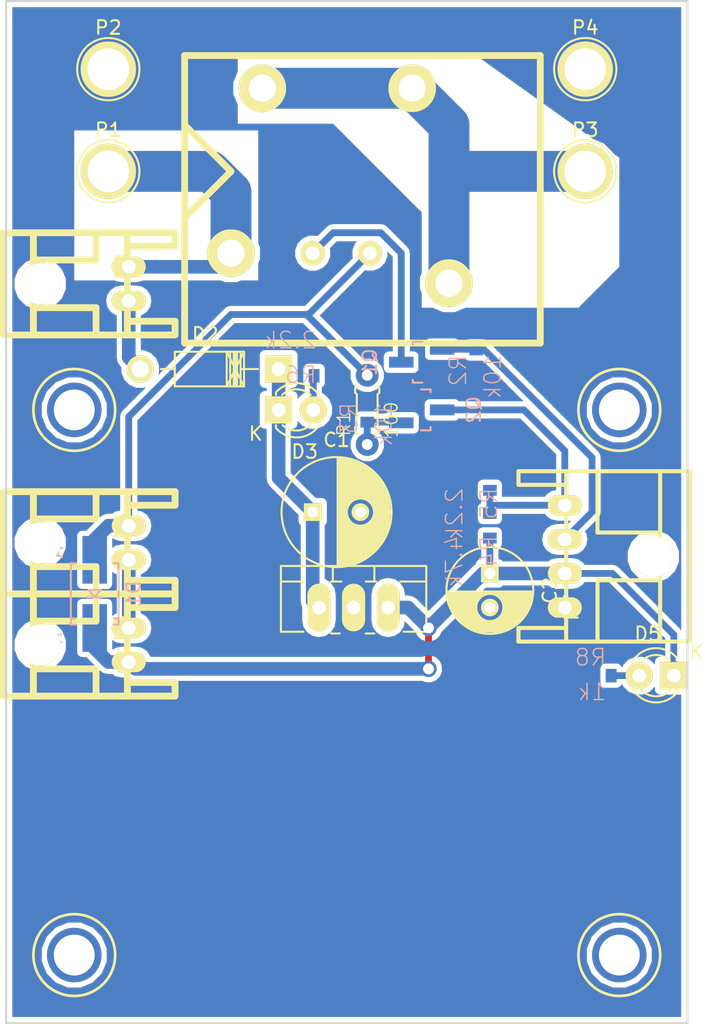
<source format=kicad_pcb>
(kicad_pcb (version 4) (host pcbnew 4.0.5)

  (general
    (links 41)
    (no_connects 0)
    (area -0.075001 -0.075001 50.075001 75.075001)
    (thickness 1.6)
    (drawings 8)
    (tracks 106)
    (zones 0)
    (modules 25)
    (nets 15)
  )

  (page A4)
  (layers
    (0 F.Cu signal)
    (31 B.Cu signal)
    (32 B.Adhes user)
    (33 F.Adhes user)
    (34 B.Paste user)
    (35 F.Paste user)
    (36 B.SilkS user)
    (37 F.SilkS user)
    (38 B.Mask user)
    (39 F.Mask user)
    (40 Dwgs.User user)
    (41 Cmts.User user)
    (42 Eco1.User user)
    (43 Eco2.User user)
    (44 Edge.Cuts user)
    (45 Margin user)
    (46 B.CrtYd user)
    (47 F.CrtYd user)
    (48 B.Fab user)
    (49 F.Fab user)
  )

  (setup
    (last_trace_width 0.5)
    (user_trace_width 0.5)
    (user_trace_width 1)
    (user_trace_width 3)
    (trace_clearance 0.2)
    (zone_clearance 0.38)
    (zone_45_only no)
    (trace_min 0.2)
    (segment_width 0.2)
    (edge_width 0.15)
    (via_size 0.6)
    (via_drill 0.4)
    (via_min_size 0.4)
    (via_min_drill 0.3)
    (user_via 1.2 0.8)
    (user_via 4 3)
    (uvia_size 0.3)
    (uvia_drill 0.1)
    (uvias_allowed no)
    (uvia_min_size 0.2)
    (uvia_min_drill 0.1)
    (pcb_text_width 0.3)
    (pcb_text_size 1.5 1.5)
    (mod_edge_width 0.15)
    (mod_text_size 1 1)
    (mod_text_width 0.15)
    (pad_size 1.524 1.524)
    (pad_drill 0.762)
    (pad_to_mask_clearance 0.2)
    (aux_axis_origin 0 0)
    (visible_elements 7FFFFFFF)
    (pcbplotparams
      (layerselection 0x00030_80000001)
      (usegerberextensions false)
      (excludeedgelayer true)
      (linewidth 0.100000)
      (plotframeref false)
      (viasonmask false)
      (mode 1)
      (useauxorigin false)
      (hpglpennumber 1)
      (hpglpenspeed 20)
      (hpglpendiameter 15)
      (hpglpenoverlay 2)
      (psnegative false)
      (psa4output false)
      (plotreference true)
      (plotvalue true)
      (plotinvisibletext false)
      (padsonsilk false)
      (subtractmaskfromsilk false)
      (outputformat 1)
      (mirror false)
      (drillshape 1)
      (scaleselection 1)
      (outputdirectory ""))
  )

  (net 0 "")
  (net 1 GND)
  (net 2 "Net-(C1-Pad1)")
  (net 3 +12V)
  (net 4 "Net-(D1-Pad2)")
  (net 5 +BATT)
  (net 6 "Net-(D3-Pad2)")
  (net 7 "Net-(D5-Pad2)")
  (net 8 "Net-(P3-Pad1)")
  (net 9 "Net-(P5-Pad1)")
  (net 10 /Power_EN)
  (net 11 /EMG_OK)
  (net 12 "Net-(Q1-PadD)")
  (net 13 "Net-(Q2-PadG)")
  (net 14 "Net-(D2-Pad2)")

  (net_class Default "これは標準のネット クラスです。"
    (clearance 0.2)
    (trace_width 0.25)
    (via_dia 0.6)
    (via_drill 0.4)
    (uvia_dia 0.3)
    (uvia_drill 0.1)
    (add_net +12V)
    (add_net +BATT)
    (add_net /EMG_OK)
    (add_net /Power_EN)
    (add_net GND)
    (add_net "Net-(C1-Pad1)")
    (add_net "Net-(D1-Pad2)")
    (add_net "Net-(D2-Pad2)")
    (add_net "Net-(D3-Pad2)")
    (add_net "Net-(D5-Pad2)")
    (add_net "Net-(P3-Pad1)")
    (add_net "Net-(P5-Pad1)")
    (add_net "Net-(Q1-PadD)")
    (add_net "Net-(Q2-PadG)")
  )

  (module Capacitors_ThroughHole:C_Radial_D8_L11.5_P3.5 (layer F.Cu) (tedit 0) (tstamp 58B2B5CB)
    (at 22.5 37.5)
    (descr "Radial Electrolytic Capacitor Diameter 8mm x Length 11.5mm, Pitch 3.5mm")
    (tags "Electrolytic Capacitor")
    (path /58B2B823)
    (fp_text reference C1 (at 1.75 -5.3) (layer F.SilkS)
      (effects (font (size 1 1) (thickness 0.15)))
    )
    (fp_text value 470u (at 1.75 5.3) (layer F.Fab)
      (effects (font (size 1 1) (thickness 0.15)))
    )
    (fp_line (start 1.825 -3.999) (end 1.825 3.999) (layer F.SilkS) (width 0.15))
    (fp_line (start 1.965 -3.994) (end 1.965 3.994) (layer F.SilkS) (width 0.15))
    (fp_line (start 2.105 -3.984) (end 2.105 3.984) (layer F.SilkS) (width 0.15))
    (fp_line (start 2.245 -3.969) (end 2.245 3.969) (layer F.SilkS) (width 0.15))
    (fp_line (start 2.385 -3.949) (end 2.385 3.949) (layer F.SilkS) (width 0.15))
    (fp_line (start 2.525 -3.924) (end 2.525 -0.222) (layer F.SilkS) (width 0.15))
    (fp_line (start 2.525 0.222) (end 2.525 3.924) (layer F.SilkS) (width 0.15))
    (fp_line (start 2.665 -3.894) (end 2.665 -0.55) (layer F.SilkS) (width 0.15))
    (fp_line (start 2.665 0.55) (end 2.665 3.894) (layer F.SilkS) (width 0.15))
    (fp_line (start 2.805 -3.858) (end 2.805 -0.719) (layer F.SilkS) (width 0.15))
    (fp_line (start 2.805 0.719) (end 2.805 3.858) (layer F.SilkS) (width 0.15))
    (fp_line (start 2.945 -3.817) (end 2.945 -0.832) (layer F.SilkS) (width 0.15))
    (fp_line (start 2.945 0.832) (end 2.945 3.817) (layer F.SilkS) (width 0.15))
    (fp_line (start 3.085 -3.771) (end 3.085 -0.91) (layer F.SilkS) (width 0.15))
    (fp_line (start 3.085 0.91) (end 3.085 3.771) (layer F.SilkS) (width 0.15))
    (fp_line (start 3.225 -3.718) (end 3.225 -0.961) (layer F.SilkS) (width 0.15))
    (fp_line (start 3.225 0.961) (end 3.225 3.718) (layer F.SilkS) (width 0.15))
    (fp_line (start 3.365 -3.659) (end 3.365 -0.991) (layer F.SilkS) (width 0.15))
    (fp_line (start 3.365 0.991) (end 3.365 3.659) (layer F.SilkS) (width 0.15))
    (fp_line (start 3.505 -3.594) (end 3.505 -1) (layer F.SilkS) (width 0.15))
    (fp_line (start 3.505 1) (end 3.505 3.594) (layer F.SilkS) (width 0.15))
    (fp_line (start 3.645 -3.523) (end 3.645 -0.989) (layer F.SilkS) (width 0.15))
    (fp_line (start 3.645 0.989) (end 3.645 3.523) (layer F.SilkS) (width 0.15))
    (fp_line (start 3.785 -3.444) (end 3.785 -0.959) (layer F.SilkS) (width 0.15))
    (fp_line (start 3.785 0.959) (end 3.785 3.444) (layer F.SilkS) (width 0.15))
    (fp_line (start 3.925 -3.357) (end 3.925 -0.905) (layer F.SilkS) (width 0.15))
    (fp_line (start 3.925 0.905) (end 3.925 3.357) (layer F.SilkS) (width 0.15))
    (fp_line (start 4.065 -3.262) (end 4.065 -0.825) (layer F.SilkS) (width 0.15))
    (fp_line (start 4.065 0.825) (end 4.065 3.262) (layer F.SilkS) (width 0.15))
    (fp_line (start 4.205 -3.158) (end 4.205 -0.709) (layer F.SilkS) (width 0.15))
    (fp_line (start 4.205 0.709) (end 4.205 3.158) (layer F.SilkS) (width 0.15))
    (fp_line (start 4.345 -3.044) (end 4.345 -0.535) (layer F.SilkS) (width 0.15))
    (fp_line (start 4.345 0.535) (end 4.345 3.044) (layer F.SilkS) (width 0.15))
    (fp_line (start 4.485 -2.919) (end 4.485 -0.173) (layer F.SilkS) (width 0.15))
    (fp_line (start 4.485 0.173) (end 4.485 2.919) (layer F.SilkS) (width 0.15))
    (fp_line (start 4.625 -2.781) (end 4.625 2.781) (layer F.SilkS) (width 0.15))
    (fp_line (start 4.765 -2.629) (end 4.765 2.629) (layer F.SilkS) (width 0.15))
    (fp_line (start 4.905 -2.459) (end 4.905 2.459) (layer F.SilkS) (width 0.15))
    (fp_line (start 5.045 -2.268) (end 5.045 2.268) (layer F.SilkS) (width 0.15))
    (fp_line (start 5.185 -2.05) (end 5.185 2.05) (layer F.SilkS) (width 0.15))
    (fp_line (start 5.325 -1.794) (end 5.325 1.794) (layer F.SilkS) (width 0.15))
    (fp_line (start 5.465 -1.483) (end 5.465 1.483) (layer F.SilkS) (width 0.15))
    (fp_line (start 5.605 -1.067) (end 5.605 1.067) (layer F.SilkS) (width 0.15))
    (fp_line (start 5.745 -0.2) (end 5.745 0.2) (layer F.SilkS) (width 0.15))
    (fp_circle (center 3.5 0) (end 3.5 -1) (layer F.SilkS) (width 0.15))
    (fp_circle (center 1.75 0) (end 1.75 -4.0375) (layer F.SilkS) (width 0.15))
    (fp_circle (center 1.75 0) (end 1.75 -4.3) (layer F.CrtYd) (width 0.05))
    (pad 2 thru_hole circle (at 3.5 0) (size 1.3 1.3) (drill 0.8) (layers *.Cu *.Mask F.SilkS)
      (net 1 GND))
    (pad 1 thru_hole rect (at 0 0) (size 1.3 1.3) (drill 0.8) (layers *.Cu *.Mask F.SilkS)
      (net 2 "Net-(C1-Pad1)"))
    (model Capacitors_ThroughHole.3dshapes/C_Radial_D8_L11.5_P3.5.wrl
      (at (xyz 0 0 0))
      (scale (xyz 1 1 1))
      (rotate (xyz 0 0 0))
    )
  )

  (module Capacitors_ThroughHole:C_Radial_D6.3_L11.2_P2.5 (layer F.Cu) (tedit 0) (tstamp 58B2B5D1)
    (at 35.5 42 270)
    (descr "Radial Electrolytic Capacitor, Diameter 6.3mm x Length 11.2mm, Pitch 2.5mm")
    (tags "Electrolytic Capacitor")
    (path /58B2BCEF)
    (fp_text reference C2 (at 1.25 -4.4 270) (layer F.SilkS)
      (effects (font (size 1 1) (thickness 0.15)))
    )
    (fp_text value 220u (at 1.25 4.4 270) (layer F.Fab)
      (effects (font (size 1 1) (thickness 0.15)))
    )
    (fp_line (start 1.325 -3.149) (end 1.325 3.149) (layer F.SilkS) (width 0.15))
    (fp_line (start 1.465 -3.143) (end 1.465 3.143) (layer F.SilkS) (width 0.15))
    (fp_line (start 1.605 -3.13) (end 1.605 -0.446) (layer F.SilkS) (width 0.15))
    (fp_line (start 1.605 0.446) (end 1.605 3.13) (layer F.SilkS) (width 0.15))
    (fp_line (start 1.745 -3.111) (end 1.745 -0.656) (layer F.SilkS) (width 0.15))
    (fp_line (start 1.745 0.656) (end 1.745 3.111) (layer F.SilkS) (width 0.15))
    (fp_line (start 1.885 -3.085) (end 1.885 -0.789) (layer F.SilkS) (width 0.15))
    (fp_line (start 1.885 0.789) (end 1.885 3.085) (layer F.SilkS) (width 0.15))
    (fp_line (start 2.025 -3.053) (end 2.025 -0.88) (layer F.SilkS) (width 0.15))
    (fp_line (start 2.025 0.88) (end 2.025 3.053) (layer F.SilkS) (width 0.15))
    (fp_line (start 2.165 -3.014) (end 2.165 -0.942) (layer F.SilkS) (width 0.15))
    (fp_line (start 2.165 0.942) (end 2.165 3.014) (layer F.SilkS) (width 0.15))
    (fp_line (start 2.305 -2.968) (end 2.305 -0.981) (layer F.SilkS) (width 0.15))
    (fp_line (start 2.305 0.981) (end 2.305 2.968) (layer F.SilkS) (width 0.15))
    (fp_line (start 2.445 -2.915) (end 2.445 -0.998) (layer F.SilkS) (width 0.15))
    (fp_line (start 2.445 0.998) (end 2.445 2.915) (layer F.SilkS) (width 0.15))
    (fp_line (start 2.585 -2.853) (end 2.585 -0.996) (layer F.SilkS) (width 0.15))
    (fp_line (start 2.585 0.996) (end 2.585 2.853) (layer F.SilkS) (width 0.15))
    (fp_line (start 2.725 -2.783) (end 2.725 -0.974) (layer F.SilkS) (width 0.15))
    (fp_line (start 2.725 0.974) (end 2.725 2.783) (layer F.SilkS) (width 0.15))
    (fp_line (start 2.865 -2.704) (end 2.865 -0.931) (layer F.SilkS) (width 0.15))
    (fp_line (start 2.865 0.931) (end 2.865 2.704) (layer F.SilkS) (width 0.15))
    (fp_line (start 3.005 -2.616) (end 3.005 -0.863) (layer F.SilkS) (width 0.15))
    (fp_line (start 3.005 0.863) (end 3.005 2.616) (layer F.SilkS) (width 0.15))
    (fp_line (start 3.145 -2.516) (end 3.145 -0.764) (layer F.SilkS) (width 0.15))
    (fp_line (start 3.145 0.764) (end 3.145 2.516) (layer F.SilkS) (width 0.15))
    (fp_line (start 3.285 -2.404) (end 3.285 -0.619) (layer F.SilkS) (width 0.15))
    (fp_line (start 3.285 0.619) (end 3.285 2.404) (layer F.SilkS) (width 0.15))
    (fp_line (start 3.425 -2.279) (end 3.425 -0.38) (layer F.SilkS) (width 0.15))
    (fp_line (start 3.425 0.38) (end 3.425 2.279) (layer F.SilkS) (width 0.15))
    (fp_line (start 3.565 -2.136) (end 3.565 2.136) (layer F.SilkS) (width 0.15))
    (fp_line (start 3.705 -1.974) (end 3.705 1.974) (layer F.SilkS) (width 0.15))
    (fp_line (start 3.845 -1.786) (end 3.845 1.786) (layer F.SilkS) (width 0.15))
    (fp_line (start 3.985 -1.563) (end 3.985 1.563) (layer F.SilkS) (width 0.15))
    (fp_line (start 4.125 -1.287) (end 4.125 1.287) (layer F.SilkS) (width 0.15))
    (fp_line (start 4.265 -0.912) (end 4.265 0.912) (layer F.SilkS) (width 0.15))
    (fp_circle (center 2.5 0) (end 2.5 -1) (layer F.SilkS) (width 0.15))
    (fp_circle (center 1.25 0) (end 1.25 -3.1875) (layer F.SilkS) (width 0.15))
    (fp_circle (center 1.25 0) (end 1.25 -3.4) (layer F.CrtYd) (width 0.05))
    (pad 2 thru_hole circle (at 2.5 0 270) (size 1.3 1.3) (drill 0.8) (layers *.Cu *.Mask F.SilkS)
      (net 1 GND))
    (pad 1 thru_hole rect (at 0 0 270) (size 1.3 1.3) (drill 0.8) (layers *.Cu *.Mask F.SilkS)
      (net 3 +12V))
    (model Capacitors_ThroughHole.3dshapes/C_Radial_D6.3_L11.2_P2.5.wrl
      (at (xyz 0 0 0))
      (scale (xyz 1 1 1))
      (rotate (xyz 0 0 0))
    )
  )

  (module Diodes_SMD:SMA_Handsoldering (layer B.Cu) (tedit 552FF1AB) (tstamp 58B2B5D7)
    (at 6.5 43.5 90)
    (descr "Diode SMA Handsoldering")
    (tags "Diode SMA Handsoldering")
    (path /58B37E26)
    (attr smd)
    (fp_text reference D1 (at 0 2.85 90) (layer B.SilkS)
      (effects (font (size 1 1) (thickness 0.15)) (justify mirror))
    )
    (fp_text value DIODE (at 0.05 -4.4 90) (layer B.Fab)
      (effects (font (size 1 1) (thickness 0.15)) (justify mirror))
    )
    (fp_line (start -4.5 2) (end 4.5 2) (layer B.CrtYd) (width 0.05))
    (fp_line (start 4.5 2) (end 4.5 -2) (layer B.CrtYd) (width 0.05))
    (fp_line (start 4.5 -2) (end -4.5 -2) (layer B.CrtYd) (width 0.05))
    (fp_line (start -4.5 -2) (end -4.5 2) (layer B.CrtYd) (width 0.05))
    (fp_line (start -0.25 0) (end 0.3 0.45) (layer B.SilkS) (width 0.15))
    (fp_line (start 0.3 0.45) (end 0.3 -0.45) (layer B.SilkS) (width 0.15))
    (fp_line (start 0.3 -0.45) (end -0.25 0) (layer B.SilkS) (width 0.15))
    (fp_line (start -0.25 0.55) (end -0.25 -0.55) (layer B.SilkS) (width 0.15))
    (fp_text user K (at -3.25 -2.9 90) (layer B.SilkS)
      (effects (font (size 1 1) (thickness 0.15)) (justify mirror))
    )
    (fp_text user A (at 3.05 -2.85 90) (layer B.SilkS)
      (effects (font (size 1 1) (thickness 0.15)) (justify mirror))
    )
    (fp_line (start -1.79914 -1.75006) (end -1.79914 -1.39954) (layer B.SilkS) (width 0.15))
    (fp_line (start -1.79914 1.75006) (end -1.79914 1.39954) (layer B.SilkS) (width 0.15))
    (fp_line (start 2.25044 -1.75006) (end 2.25044 -1.39954) (layer B.SilkS) (width 0.15))
    (fp_line (start -2.25044 -1.75006) (end -2.25044 -1.39954) (layer B.SilkS) (width 0.15))
    (fp_line (start -2.25044 1.75006) (end -2.25044 1.39954) (layer B.SilkS) (width 0.15))
    (fp_line (start 2.25044 1.75006) (end 2.25044 1.39954) (layer B.SilkS) (width 0.15))
    (fp_line (start -2.25044 -1.75006) (end 2.25044 -1.75006) (layer B.SilkS) (width 0.15))
    (fp_line (start -2.25044 1.75006) (end 2.25044 1.75006) (layer B.SilkS) (width 0.15))
    (pad 1 smd rect (at -2.49936 0 90) (size 3.50012 1.80086) (layers B.Cu B.Paste B.Mask)
      (net 3 +12V))
    (pad 2 smd rect (at 2.49936 0 90) (size 3.50012 1.80086) (layers B.Cu B.Paste B.Mask)
      (net 4 "Net-(D1-Pad2)"))
    (model Diodes_SMD.3dshapes/SMA_Handsoldering.wrl
      (at (xyz 0 0 0))
      (scale (xyz 0.3937 0.3937 0.3937))
      (rotate (xyz 0 0 180))
    )
  )

  (module Connect:1pin (layer F.Cu) (tedit 0) (tstamp 58B2B5F4)
    (at 7.5 12.5)
    (descr "module 1 pin (ou trou mecanique de percage)")
    (tags DEV)
    (path /58B2AF7C)
    (fp_text reference P1 (at 0 -3.048) (layer F.SilkS)
      (effects (font (size 1 1) (thickness 0.15)))
    )
    (fp_text value CONN_01X01 (at 0 2.794) (layer F.Fab)
      (effects (font (size 1 1) (thickness 0.15)))
    )
    (fp_circle (center 0 0) (end 0 -2.286) (layer F.SilkS) (width 0.15))
    (pad 1 thru_hole circle (at 0 0) (size 4.064 4.064) (drill 3.048) (layers *.Cu *.Mask F.SilkS)
      (net 5 +BATT))
  )

  (module Connect:1pin (layer F.Cu) (tedit 0) (tstamp 58B2B5F9)
    (at 7.5 5)
    (descr "module 1 pin (ou trou mecanique de percage)")
    (tags DEV)
    (path /58B2AFB0)
    (fp_text reference P2 (at 0 -3.048) (layer F.SilkS)
      (effects (font (size 1 1) (thickness 0.15)))
    )
    (fp_text value CONN_01X01 (at 0 2.794) (layer F.Fab)
      (effects (font (size 1 1) (thickness 0.15)))
    )
    (fp_circle (center 0 0) (end 0 -2.286) (layer F.SilkS) (width 0.15))
    (pad 1 thru_hole circle (at 0 0) (size 4.064 4.064) (drill 3.048) (layers *.Cu *.Mask F.SilkS)
      (net 1 GND))
  )

  (module Connect:1pin (layer F.Cu) (tedit 0) (tstamp 58B2B5FE)
    (at 42.5 12.5)
    (descr "module 1 pin (ou trou mecanique de percage)")
    (tags DEV)
    (path /58B2B2D0)
    (fp_text reference P3 (at 0 -3.048) (layer F.SilkS)
      (effects (font (size 1 1) (thickness 0.15)))
    )
    (fp_text value CONN_01X01 (at 0 2.794) (layer F.Fab)
      (effects (font (size 1 1) (thickness 0.15)))
    )
    (fp_circle (center 0 0) (end 0 -2.286) (layer F.SilkS) (width 0.15))
    (pad 1 thru_hole circle (at 0 0) (size 4.064 4.064) (drill 3.048) (layers *.Cu *.Mask F.SilkS)
      (net 8 "Net-(P3-Pad1)"))
  )

  (module Connect:1pin (layer F.Cu) (tedit 0) (tstamp 58B2B603)
    (at 42.5 5)
    (descr "module 1 pin (ou trou mecanique de percage)")
    (tags DEV)
    (path /58B2B2CA)
    (fp_text reference P4 (at 0 -3.048) (layer F.SilkS)
      (effects (font (size 1 1) (thickness 0.15)))
    )
    (fp_text value CONN_01X01 (at 0 2.794) (layer F.Fab)
      (effects (font (size 1 1) (thickness 0.15)))
    )
    (fp_circle (center 0 0) (end 0 -2.286) (layer F.SilkS) (width 0.15))
    (pad 1 thru_hole circle (at 0 0) (size 4.064 4.064) (drill 3.048) (layers *.Cu *.Mask F.SilkS)
      (net 1 GND))
  )

  (module RP_KiCAD_Connector:XA_2LC (layer F.Cu) (tedit 5763B232) (tstamp 58B2B60A)
    (at 9 46 270)
    (path /58B2AA40)
    (fp_text reference P5 (at 0 0.5 270) (layer F.SilkS)
      (effects (font (size 1 1) (thickness 0.15)))
    )
    (fp_text value CONN_01X02 (at 0 -0.5 270) (layer F.Fab)
      (effects (font (size 1 1) (thickness 0.15)))
    )
    (fp_line (start -1.5 -3.4) (end -2.5 -3.4) (layer F.SilkS) (width 0.5))
    (fp_line (start 5 -3.4) (end 4 -3.4) (layer F.SilkS) (width 0.5))
    (fp_line (start 4 -3.4) (end 4 0.1) (layer F.SilkS) (width 0.5))
    (fp_line (start -1.5 -3.4) (end -1.5 0.1) (layer F.SilkS) (width 0.5))
    (fp_line (start 3 2.4) (end 5 2.4) (layer F.SilkS) (width 0.5))
    (fp_line (start -0.5 2.4) (end -2.5 2.4) (layer F.SilkS) (width 0.5))
    (fp_line (start 3 2.4) (end 3 7) (layer F.SilkS) (width 0.5))
    (fp_line (start -0.5 2.4) (end -0.5 7) (layer F.SilkS) (width 0.5))
    (fp_line (start -2.5 0.1) (end 5 0.1) (layer F.SilkS) (width 0.5))
    (fp_line (start -2.5 7) (end 5 7) (layer F.SilkS) (width 0.5))
    (fp_line (start -2.5 9.2) (end 5 9.2) (layer F.SilkS) (width 0.5))
    (fp_line (start 5 -3.4) (end 5 9.2) (layer F.SilkS) (width 0.5))
    (fp_line (start -2.5 -3.4) (end -2.5 9.2) (layer F.SilkS) (width 0.5))
    (pad 1 thru_hole oval (at 0 0 270) (size 1.5 2.5) (drill 1) (layers *.Cu *.Mask F.SilkS)
      (net 9 "Net-(P5-Pad1)"))
    (pad 2 thru_hole oval (at 2.5 0 270) (size 1.5 2.5) (drill 1) (layers *.Cu *.Mask F.SilkS)
      (net 3 +12V))
    (pad "" thru_hole circle (at 1.25 6.5 270) (size 3 3) (drill 3) (layers *.Cu *.Mask F.SilkS)
      (clearance -0.3))
    (model conn_XA/XA_2S.wrl
      (at (xyz 0.05 -0.2 0))
      (scale (xyz 4 4 4))
      (rotate (xyz 0 0 180))
    )
  )

  (module RP_KiCAD_Connector:XA_2LC (layer F.Cu) (tedit 5763B232) (tstamp 58B2B611)
    (at 9 38.5 270)
    (path /58B2A9DF)
    (fp_text reference P6 (at 0 0.5 270) (layer F.SilkS)
      (effects (font (size 1 1) (thickness 0.15)))
    )
    (fp_text value CONN_01X02 (at 0 -0.5 270) (layer F.Fab)
      (effects (font (size 1 1) (thickness 0.15)))
    )
    (fp_line (start -1.5 -3.4) (end -2.5 -3.4) (layer F.SilkS) (width 0.5))
    (fp_line (start 5 -3.4) (end 4 -3.4) (layer F.SilkS) (width 0.5))
    (fp_line (start 4 -3.4) (end 4 0.1) (layer F.SilkS) (width 0.5))
    (fp_line (start -1.5 -3.4) (end -1.5 0.1) (layer F.SilkS) (width 0.5))
    (fp_line (start 3 2.4) (end 5 2.4) (layer F.SilkS) (width 0.5))
    (fp_line (start -0.5 2.4) (end -2.5 2.4) (layer F.SilkS) (width 0.5))
    (fp_line (start 3 2.4) (end 3 7) (layer F.SilkS) (width 0.5))
    (fp_line (start -0.5 2.4) (end -0.5 7) (layer F.SilkS) (width 0.5))
    (fp_line (start -2.5 0.1) (end 5 0.1) (layer F.SilkS) (width 0.5))
    (fp_line (start -2.5 7) (end 5 7) (layer F.SilkS) (width 0.5))
    (fp_line (start -2.5 9.2) (end 5 9.2) (layer F.SilkS) (width 0.5))
    (fp_line (start 5 -3.4) (end 5 9.2) (layer F.SilkS) (width 0.5))
    (fp_line (start -2.5 -3.4) (end -2.5 9.2) (layer F.SilkS) (width 0.5))
    (pad 1 thru_hole oval (at 0 0 270) (size 1.5 2.5) (drill 1) (layers *.Cu *.Mask F.SilkS)
      (net 4 "Net-(D1-Pad2)"))
    (pad 2 thru_hole oval (at 2.5 0 270) (size 1.5 2.5) (drill 1) (layers *.Cu *.Mask F.SilkS)
      (net 9 "Net-(P5-Pad1)"))
    (pad "" thru_hole circle (at 1.25 6.5 270) (size 3 3) (drill 3) (layers *.Cu *.Mask F.SilkS)
      (clearance -0.3))
    (model conn_XA/XA_2S.wrl
      (at (xyz 0.05 -0.2 0))
      (scale (xyz 4 4 4))
      (rotate (xyz 0 0 180))
    )
  )

  (module RP_KiCAD_Connector:XA_4LC (layer F.Cu) (tedit 585B7649) (tstamp 58B2B61A)
    (at 41 44.5 90)
    (path /58B2CD26)
    (fp_text reference P7 (at 0 0.5 90) (layer F.SilkS)
      (effects (font (size 1 1) (thickness 0.15)))
    )
    (fp_text value CONN_01X04 (at 3.5 8 90) (layer F.Fab)
      (effects (font (size 1 1) (thickness 0.15)))
    )
    (fp_line (start 10 9.2) (end -2.5 9.2) (layer F.SilkS) (width 0.3))
    (fp_line (start 10 -3.4) (end 10 9.2) (layer F.SilkS) (width 0.3))
    (fp_line (start 9 0.1) (end 9 -3.4) (layer F.SilkS) (width 0.3))
    (fp_line (start 9 -3.4) (end 10 -3.4) (layer F.SilkS) (width 0.3))
    (fp_line (start -2.5 0.1) (end 10 0.1) (layer F.SilkS) (width 0.3))
    (fp_line (start 5.5 2.4) (end 5.5 7) (layer F.SilkS) (width 0.3))
    (fp_line (start 5.5 2.4) (end 10 2.4) (layer F.SilkS) (width 0.3))
    (fp_line (start 2 7) (end 2 2.4) (layer F.SilkS) (width 0.3))
    (fp_line (start 2 2.4) (end -2.5 2.4) (layer F.SilkS) (width 0.3))
    (fp_line (start -2.5 7) (end 10 7) (layer F.SilkS) (width 0.3))
    (fp_line (start -2.5 -3.4) (end -2.5 9.2) (layer F.SilkS) (width 0.3))
    (fp_line (start -2.5 -3.4) (end -1.5 -3.4) (layer F.SilkS) (width 0.3))
    (fp_line (start -1.5 -3.4) (end -1.5 0.1) (layer F.SilkS) (width 0.3))
    (pad 1 thru_hole oval (at 0 0 90) (size 1.5 2.5) (drill 1) (layers *.Cu *.Mask F.SilkS)
      (net 1 GND))
    (pad 2 thru_hole oval (at 2.5 0 90) (size 1.5 2.5) (drill 1) (layers *.Cu *.Mask F.SilkS)
      (net 3 +12V))
    (pad 3 thru_hole oval (at 5 0 90) (size 1.5 2.5) (drill 1) (layers *.Cu *.Mask F.SilkS)
      (net 10 /Power_EN))
    (pad 4 thru_hole oval (at 7.5 0 90) (size 1.5 2.5) (drill 1) (layers *.Cu *.Mask F.SilkS)
      (net 11 /EMG_OK))
    (pad "" thru_hole circle (at 3.75 6.5 90) (size 3 3) (drill 3) (layers *.Cu *.Mask F.SilkS)
      (clearance -0.3))
    (model conn_XA/XA_4S.wrl
      (at (xyz 0.15 -0.2 0))
      (scale (xyz 4 4 4))
      (rotate (xyz 0 0 180))
    )
  )

  (module TO_SOT_Packages_SMD:SOT-23_Handsoldering (layer B.Cu) (tedit 56FA59B0) (tstamp 58B2B621)
    (at 30.5 26.5 270)
    (descr "SOT-23, Handsoldering")
    (tags SOT-23)
    (path /58B2AAF2)
    (attr smd)
    (fp_text reference Q1 (at 0 3.81 270) (layer B.SilkS)
      (effects (font (size 1 1) (thickness 0.15)) (justify mirror))
    )
    (fp_text value MOSFET_N (at 0 -3.81 270) (layer B.Fab)
      (effects (font (size 1 1) (thickness 0.15)) (justify mirror))
    )
    (fp_line (start -1.49982 -0.0508) (end -1.49982 0.65024) (layer B.SilkS) (width 0.15))
    (fp_line (start -1.49982 0.65024) (end -1.2509 0.65024) (layer B.SilkS) (width 0.15))
    (fp_line (start 1.29916 0.65024) (end 1.49982 0.65024) (layer B.SilkS) (width 0.15))
    (fp_line (start 1.49982 0.65024) (end 1.49982 -0.0508) (layer B.SilkS) (width 0.15))
    (pad G smd rect (at -0.95 -1.50114 270) (size 0.8001 1.80086) (layers B.Cu B.Paste B.Mask)
      (net 10 /Power_EN))
    (pad S smd rect (at 0.95 -1.50114 270) (size 0.8001 1.80086) (layers B.Cu B.Paste B.Mask)
      (net 1 GND))
    (pad D smd rect (at 0 1.50114 270) (size 0.8001 1.80086) (layers B.Cu B.Paste B.Mask)
      (net 12 "Net-(Q1-PadD)"))
    (model TO_SOT_Packages_SMD.3dshapes/SOT-23_Handsoldering.wrl
      (at (xyz 0 0 0))
      (scale (xyz 1 1 1))
      (rotate (xyz 0 0 0))
    )
  )

  (module TO_SOT_Packages_SMD:SOT-23_Handsoldering (layer B.Cu) (tedit 56FA59B0) (tstamp 58B2B628)
    (at 30.5 30 90)
    (descr "SOT-23, Handsoldering")
    (tags SOT-23)
    (path /58B30F10)
    (attr smd)
    (fp_text reference Q2 (at 0 3.81 90) (layer B.SilkS)
      (effects (font (size 1 1) (thickness 0.15)) (justify mirror))
    )
    (fp_text value MOSFET_N (at 0 -3.81 90) (layer B.Fab)
      (effects (font (size 1 1) (thickness 0.15)) (justify mirror))
    )
    (fp_line (start -1.49982 -0.0508) (end -1.49982 0.65024) (layer B.SilkS) (width 0.15))
    (fp_line (start -1.49982 0.65024) (end -1.2509 0.65024) (layer B.SilkS) (width 0.15))
    (fp_line (start 1.29916 0.65024) (end 1.49982 0.65024) (layer B.SilkS) (width 0.15))
    (fp_line (start 1.49982 0.65024) (end 1.49982 -0.0508) (layer B.SilkS) (width 0.15))
    (pad G smd rect (at -0.95 -1.50114 90) (size 0.8001 1.80086) (layers B.Cu B.Paste B.Mask)
      (net 13 "Net-(Q2-PadG)"))
    (pad S smd rect (at 0.95 -1.50114 90) (size 0.8001 1.80086) (layers B.Cu B.Paste B.Mask)
      (net 1 GND))
    (pad D smd rect (at 0 1.50114 90) (size 0.8001 1.80086) (layers B.Cu B.Paste B.Mask)
      (net 11 /EMG_OK))
    (model TO_SOT_Packages_SMD.3dshapes/SOT-23_Handsoldering.wrl
      (at (xyz 0 0 0))
      (scale (xyz 1 1 1))
      (rotate (xyz 0 0 0))
    )
  )

  (module RP_KiCAD_Libs:C1608_WP (layer B.Cu) (tedit 57C3E677) (tstamp 58B2B634)
    (at 34.5 26.5 270)
    (descr <b>CAPACITOR</b>)
    (path /58B30272)
    (fp_text reference R2 (at -0.635 0.635 270) (layer B.SilkS)
      (effects (font (size 1.2065 1.2065) (thickness 0.1016)) (justify left bottom mirror))
    )
    (fp_text value 10k (at -0.635 -1.905 270) (layer B.SilkS)
      (effects (font (size 1.2065 1.2065) (thickness 0.1016)) (justify left bottom mirror))
    )
    (fp_line (start -0.356 0.432) (end 0.356 0.432) (layer Dwgs.User) (width 0.1016))
    (fp_line (start -0.356 -0.419) (end 0.356 -0.419) (layer Dwgs.User) (width 0.1016))
    (fp_poly (pts (xy -0.8382 -0.4699) (xy -0.3381 -0.4699) (xy -0.3381 0.4801) (xy -0.8382 0.4801)) (layer Dwgs.User) (width 0))
    (fp_poly (pts (xy 0.3302 -0.4699) (xy 0.8303 -0.4699) (xy 0.8303 0.4801) (xy 0.3302 0.4801)) (layer Dwgs.User) (width 0))
    (fp_poly (pts (xy -0.1999 -0.3) (xy 0.1999 -0.3) (xy 0.1999 0.3) (xy -0.1999 0.3)) (layer B.Adhes) (width 0))
    (pad 1 smd rect (at -0.9 0 270) (size 0.8 1) (layers B.Cu B.Paste B.Mask)
      (net 10 /Power_EN))
    (pad 2 smd rect (at 0.9 0 270) (size 0.8 1) (layers B.Cu B.Paste B.Mask)
      (net 1 GND))
    (model Resistors_SMD.3dshapes/R_0603.wrl
      (at (xyz 0 0 0))
      (scale (xyz 1 1 1))
      (rotate (xyz 0 0 0))
    )
  )

  (module RP_KiCAD_Libs:C1608_WP (layer B.Cu) (tedit 57C3E677) (tstamp 58B2B63A)
    (at 26.5 30 270)
    (descr <b>CAPACITOR</b>)
    (path /58B313D7)
    (fp_text reference R3 (at -0.635 0.635 270) (layer B.SilkS)
      (effects (font (size 1.2065 1.2065) (thickness 0.1016)) (justify left bottom mirror))
    )
    (fp_text value 10k (at -0.635 -1.905 270) (layer B.SilkS)
      (effects (font (size 1.2065 1.2065) (thickness 0.1016)) (justify left bottom mirror))
    )
    (fp_line (start -0.356 0.432) (end 0.356 0.432) (layer Dwgs.User) (width 0.1016))
    (fp_line (start -0.356 -0.419) (end 0.356 -0.419) (layer Dwgs.User) (width 0.1016))
    (fp_poly (pts (xy -0.8382 -0.4699) (xy -0.3381 -0.4699) (xy -0.3381 0.4801) (xy -0.8382 0.4801)) (layer Dwgs.User) (width 0))
    (fp_poly (pts (xy 0.3302 -0.4699) (xy 0.8303 -0.4699) (xy 0.8303 0.4801) (xy 0.3302 0.4801)) (layer Dwgs.User) (width 0))
    (fp_poly (pts (xy -0.1999 -0.3) (xy 0.1999 -0.3) (xy 0.1999 0.3) (xy -0.1999 0.3)) (layer B.Adhes) (width 0))
    (pad 1 smd rect (at -0.9 0 270) (size 0.8 1) (layers B.Cu B.Paste B.Mask)
      (net 1 GND))
    (pad 2 smd rect (at 0.9 0 270) (size 0.8 1) (layers B.Cu B.Paste B.Mask)
      (net 13 "Net-(Q2-PadG)"))
    (model Resistors_SMD.3dshapes/R_0603.wrl
      (at (xyz 0 0 0))
      (scale (xyz 1 1 1))
      (rotate (xyz 0 0 0))
    )
  )

  (module RP_KiCAD_Libs:C1608_WP (layer B.Cu) (tedit 57C3E677) (tstamp 58B2B640)
    (at 35.5 38.5 90)
    (descr <b>CAPACITOR</b>)
    (path /58B342FA)
    (fp_text reference R4 (at -0.635 0.635 90) (layer B.SilkS)
      (effects (font (size 1.2065 1.2065) (thickness 0.1016)) (justify left bottom mirror))
    )
    (fp_text value 4.7k (at -0.635 -1.905 90) (layer B.SilkS)
      (effects (font (size 1.2065 1.2065) (thickness 0.1016)) (justify left bottom mirror))
    )
    (fp_line (start -0.356 0.432) (end 0.356 0.432) (layer Dwgs.User) (width 0.1016))
    (fp_line (start -0.356 -0.419) (end 0.356 -0.419) (layer Dwgs.User) (width 0.1016))
    (fp_poly (pts (xy -0.8382 -0.4699) (xy -0.3381 -0.4699) (xy -0.3381 0.4801) (xy -0.8382 0.4801)) (layer Dwgs.User) (width 0))
    (fp_poly (pts (xy 0.3302 -0.4699) (xy 0.8303 -0.4699) (xy 0.8303 0.4801) (xy 0.3302 0.4801)) (layer Dwgs.User) (width 0))
    (fp_poly (pts (xy -0.1999 -0.3) (xy 0.1999 -0.3) (xy 0.1999 0.3) (xy -0.1999 0.3)) (layer B.Adhes) (width 0))
    (pad 1 smd rect (at -0.9 0 90) (size 0.8 1) (layers B.Cu B.Paste B.Mask)
      (net 3 +12V))
    (pad 2 smd rect (at 0.9 0 90) (size 0.8 1) (layers B.Cu B.Paste B.Mask)
      (net 11 /EMG_OK))
    (model Resistors_SMD.3dshapes/R_0603.wrl
      (at (xyz 0 0 0))
      (scale (xyz 1 1 1))
      (rotate (xyz 0 0 0))
    )
  )

  (module RP_KiCAD_Libs:C1608_WP (layer B.Cu) (tedit 57C3E677) (tstamp 58B2B646)
    (at 35.5 35 90)
    (descr <b>CAPACITOR</b>)
    (path /58B34379)
    (fp_text reference R5 (at -0.635 0.635 90) (layer B.SilkS)
      (effects (font (size 1.2065 1.2065) (thickness 0.1016)) (justify left bottom mirror))
    )
    (fp_text value 2.2k (at -0.635 -1.905 90) (layer B.SilkS)
      (effects (font (size 1.2065 1.2065) (thickness 0.1016)) (justify left bottom mirror))
    )
    (fp_line (start -0.356 0.432) (end 0.356 0.432) (layer Dwgs.User) (width 0.1016))
    (fp_line (start -0.356 -0.419) (end 0.356 -0.419) (layer Dwgs.User) (width 0.1016))
    (fp_poly (pts (xy -0.8382 -0.4699) (xy -0.3381 -0.4699) (xy -0.3381 0.4801) (xy -0.8382 0.4801)) (layer Dwgs.User) (width 0))
    (fp_poly (pts (xy 0.3302 -0.4699) (xy 0.8303 -0.4699) (xy 0.8303 0.4801) (xy 0.3302 0.4801)) (layer Dwgs.User) (width 0))
    (fp_poly (pts (xy -0.1999 -0.3) (xy 0.1999 -0.3) (xy 0.1999 0.3) (xy -0.1999 0.3)) (layer B.Adhes) (width 0))
    (pad 1 smd rect (at -0.9 0 90) (size 0.8 1) (layers B.Cu B.Paste B.Mask)
      (net 11 /EMG_OK))
    (pad 2 smd rect (at 0.9 0 90) (size 0.8 1) (layers B.Cu B.Paste B.Mask)
      (net 1 GND))
    (model Resistors_SMD.3dshapes/R_0603.wrl
      (at (xyz 0 0 0))
      (scale (xyz 1 1 1))
      (rotate (xyz 0 0 0))
    )
  )

  (module RP_KiCAD_Libs:C1608_WP (layer B.Cu) (tedit 57C3E677) (tstamp 58B2B64C)
    (at 23.5 27.5)
    (descr <b>CAPACITOR</b>)
    (path /58B2C691)
    (fp_text reference R6 (at -0.635 0.635) (layer B.SilkS)
      (effects (font (size 1.2065 1.2065) (thickness 0.1016)) (justify left bottom mirror))
    )
    (fp_text value 2.2k (at -0.635 -1.905) (layer B.SilkS)
      (effects (font (size 1.2065 1.2065) (thickness 0.1016)) (justify left bottom mirror))
    )
    (fp_line (start -0.356 0.432) (end 0.356 0.432) (layer Dwgs.User) (width 0.1016))
    (fp_line (start -0.356 -0.419) (end 0.356 -0.419) (layer Dwgs.User) (width 0.1016))
    (fp_poly (pts (xy -0.8382 -0.4699) (xy -0.3381 -0.4699) (xy -0.3381 0.4801) (xy -0.8382 0.4801)) (layer Dwgs.User) (width 0))
    (fp_poly (pts (xy 0.3302 -0.4699) (xy 0.8303 -0.4699) (xy 0.8303 0.4801) (xy 0.3302 0.4801)) (layer Dwgs.User) (width 0))
    (fp_poly (pts (xy -0.1999 -0.3) (xy 0.1999 -0.3) (xy 0.1999 0.3) (xy -0.1999 0.3)) (layer B.Adhes) (width 0))
    (pad 1 smd rect (at -0.9 0) (size 0.8 1) (layers B.Cu B.Paste B.Mask)
      (net 6 "Net-(D3-Pad2)"))
    (pad 2 smd rect (at 0.9 0) (size 0.8 1) (layers B.Cu B.Paste B.Mask)
      (net 1 GND))
    (model Resistors_SMD.3dshapes/R_0603.wrl
      (at (xyz 0 0 0))
      (scale (xyz 1 1 1))
      (rotate (xyz 0 0 0))
    )
  )

  (module RP_KiCAD_Libs:C1608_WP (layer B.Cu) (tedit 57C3E677) (tstamp 58B2B658)
    (at 43.5 49.5 180)
    (descr <b>CAPACITOR</b>)
    (path /58B2DEA8)
    (fp_text reference R8 (at -0.635 0.635 180) (layer B.SilkS)
      (effects (font (size 1.2065 1.2065) (thickness 0.1016)) (justify left bottom mirror))
    )
    (fp_text value 1k (at -0.635 -1.905 180) (layer B.SilkS)
      (effects (font (size 1.2065 1.2065) (thickness 0.1016)) (justify left bottom mirror))
    )
    (fp_line (start -0.356 0.432) (end 0.356 0.432) (layer Dwgs.User) (width 0.1016))
    (fp_line (start -0.356 -0.419) (end 0.356 -0.419) (layer Dwgs.User) (width 0.1016))
    (fp_poly (pts (xy -0.8382 -0.4699) (xy -0.3381 -0.4699) (xy -0.3381 0.4801) (xy -0.8382 0.4801)) (layer Dwgs.User) (width 0))
    (fp_poly (pts (xy 0.3302 -0.4699) (xy 0.8303 -0.4699) (xy 0.8303 0.4801) (xy 0.3302 0.4801)) (layer Dwgs.User) (width 0))
    (fp_poly (pts (xy -0.1999 -0.3) (xy 0.1999 -0.3) (xy 0.1999 0.3) (xy -0.1999 0.3)) (layer B.Adhes) (width 0))
    (pad 1 smd rect (at -0.9 0 180) (size 0.8 1) (layers B.Cu B.Paste B.Mask)
      (net 7 "Net-(D5-Pad2)"))
    (pad 2 smd rect (at 0.9 0 180) (size 0.8 1) (layers B.Cu B.Paste B.Mask)
      (net 1 GND))
    (model Resistors_SMD.3dshapes/R_0603.wrl
      (at (xyz 0 0 0))
      (scale (xyz 1 1 1))
      (rotate (xyz 0 0 0))
    )
  )

  (module Relays_ThroughHole:V23076-A3001-D142 (layer F.Cu) (tedit 57049A26) (tstamp 58B2B662)
    (at 16.5 18.5 180)
    (path /58B2A7B3)
    (fp_text reference U1 (at 0 0.5 180) (layer F.SilkS)
      (effects (font (size 1 1) (thickness 0.15)))
    )
    (fp_text value V23076-D3001-D142 (at 0 -0.5 180) (layer F.Fab)
      (effects (font (size 1 1) (thickness 0.15)))
    )
    (fp_line (start 0 6) (end 3.4 9.4) (layer F.SilkS) (width 0.5))
    (fp_line (start 0 6) (end 3.4 2.6) (layer F.SilkS) (width 0.5))
    (fp_line (start -22.7 -6.6) (end -22.7 14.5) (layer F.SilkS) (width 0.5))
    (fp_line (start 3.4 0) (end 3.4 14.5) (layer F.SilkS) (width 0.5))
    (fp_line (start 3.4 14.5) (end -22.7 14.5) (layer F.SilkS) (width 0.5))
    (fp_line (start 3.4 -6.6) (end -22.7 -6.6) (layer F.SilkS) (width 0.5))
    (fp_line (start 3.4 0) (end 3.4 -6.6) (layer F.SilkS) (width 0.5))
    (pad 5 thru_hole circle (at 0 0 180) (size 3.5 3.5) (drill 2) (layers *.Cu *.Mask F.SilkS)
      (net 5 +BATT))
    (pad 2 thru_hole circle (at -10.2 0 180) (size 1.8 1.8) (drill 1) (layers *.Cu *.Mask F.SilkS)
      (net 4 "Net-(D1-Pad2)"))
    (pad 1 thru_hole circle (at -6 0 180) (size 1.8 1.8) (drill 1) (layers *.Cu *.Mask F.SilkS)
      (net 12 "Net-(Q1-PadD)"))
    (pad 4 thru_hole circle (at -16 -2.2 180) (size 3.5 3.5) (drill 2) (layers *.Cu *.Mask F.SilkS)
      (net 8 "Net-(P3-Pad1)"))
    (pad 4 thru_hole circle (at -2.3 12.1 180) (size 3.5 3.5) (drill 2) (layers *.Cu *.Mask F.SilkS)
      (net 8 "Net-(P3-Pad1)"))
    (pad 4 thru_hole circle (at -13.3 12.1 180) (size 3.5 3.5) (drill 2) (layers *.Cu *.Mask F.SilkS)
      (net 8 "Net-(P3-Pad1)"))
    (model Relays_ThroughHole.3dshapes/V23076-D3001.wrl
      (at (xyz 0.135 0.26 0))
      (scale (xyz 3.95 3.95 3.95))
      (rotate (xyz 0 0 180))
    )
  )

  (module TO_SOT_Packages_THT:TO-220_Neutral123_Vertical_LargePads (layer F.Cu) (tedit 0) (tstamp 58B2B669)
    (at 25.5 44.5)
    (descr "TO-220, Neutral, Vertical, Large Pads,")
    (tags "TO-220, Neutral, Vertical, Large Pads,")
    (path /58B2A8AE)
    (fp_text reference U2 (at 0 -5.08) (layer F.SilkS)
      (effects (font (size 1 1) (thickness 0.15)))
    )
    (fp_text value MC78L05AACP (at 0 3.81) (layer F.Fab)
      (effects (font (size 1 1) (thickness 0.15)))
    )
    (fp_line (start 5.334 -1.905) (end 3.429 -1.905) (layer F.SilkS) (width 0.15))
    (fp_line (start 0.889 -1.905) (end 1.651 -1.905) (layer F.SilkS) (width 0.15))
    (fp_line (start -1.524 -1.905) (end -1.651 -1.905) (layer F.SilkS) (width 0.15))
    (fp_line (start -1.524 -1.905) (end -0.889 -1.905) (layer F.SilkS) (width 0.15))
    (fp_line (start -5.334 -1.905) (end -3.556 -1.905) (layer F.SilkS) (width 0.15))
    (fp_line (start -5.334 1.778) (end -3.683 1.778) (layer F.SilkS) (width 0.15))
    (fp_line (start -1.016 1.905) (end -1.651 1.905) (layer F.SilkS) (width 0.15))
    (fp_line (start 1.524 1.905) (end 0.889 1.905) (layer F.SilkS) (width 0.15))
    (fp_line (start 5.334 1.778) (end 3.683 1.778) (layer F.SilkS) (width 0.15))
    (fp_line (start -1.524 -3.048) (end -1.524 -1.905) (layer F.SilkS) (width 0.15))
    (fp_line (start 1.524 -3.048) (end 1.524 -1.905) (layer F.SilkS) (width 0.15))
    (fp_line (start 5.334 -1.905) (end 5.334 1.778) (layer F.SilkS) (width 0.15))
    (fp_line (start -5.334 1.778) (end -5.334 -1.905) (layer F.SilkS) (width 0.15))
    (fp_line (start 5.334 -3.048) (end 5.334 -1.905) (layer F.SilkS) (width 0.15))
    (fp_line (start -5.334 -1.905) (end -5.334 -3.048) (layer F.SilkS) (width 0.15))
    (fp_line (start 0 -3.048) (end -5.334 -3.048) (layer F.SilkS) (width 0.15))
    (fp_line (start 0 -3.048) (end 5.334 -3.048) (layer F.SilkS) (width 0.15))
    (pad 2 thru_hole oval (at 0 0 90) (size 3.50012 1.69926) (drill 1.00076) (layers *.Cu *.Mask F.SilkS)
      (net 1 GND))
    (pad 1 thru_hole oval (at -2.54 0 90) (size 3.50012 1.69926) (drill 1.00076) (layers *.Cu *.Mask F.SilkS)
      (net 2 "Net-(C1-Pad1)"))
    (pad 3 thru_hole oval (at 2.54 0 90) (size 3.50012 1.69926) (drill 1.00076) (layers *.Cu *.Mask F.SilkS)
      (net 3 +12V))
    (model TO_SOT_Packages_THT.3dshapes/TO-220_Neutral123_Vertical_LargePads.wrl
      (at (xyz 0 0 0))
      (scale (xyz 0.3937 0.3937 0.3937))
      (rotate (xyz 0 0 0))
    )
  )

  (module RP_KiCAD_Connector:XA_2LC (layer F.Cu) (tedit 5763B232) (tstamp 58B2B8FC)
    (at 9 19.5 270)
    (path /58B3B979)
    (fp_text reference P8 (at 0 0.5 270) (layer F.SilkS)
      (effects (font (size 1 1) (thickness 0.15)))
    )
    (fp_text value CONN_01X02 (at 0 -0.5 270) (layer F.Fab)
      (effects (font (size 1 1) (thickness 0.15)))
    )
    (fp_line (start -1.5 -3.4) (end -2.5 -3.4) (layer F.SilkS) (width 0.5))
    (fp_line (start 5 -3.4) (end 4 -3.4) (layer F.SilkS) (width 0.5))
    (fp_line (start 4 -3.4) (end 4 0.1) (layer F.SilkS) (width 0.5))
    (fp_line (start -1.5 -3.4) (end -1.5 0.1) (layer F.SilkS) (width 0.5))
    (fp_line (start 3 2.4) (end 5 2.4) (layer F.SilkS) (width 0.5))
    (fp_line (start -0.5 2.4) (end -2.5 2.4) (layer F.SilkS) (width 0.5))
    (fp_line (start 3 2.4) (end 3 7) (layer F.SilkS) (width 0.5))
    (fp_line (start -0.5 2.4) (end -0.5 7) (layer F.SilkS) (width 0.5))
    (fp_line (start -2.5 0.1) (end 5 0.1) (layer F.SilkS) (width 0.5))
    (fp_line (start -2.5 7) (end 5 7) (layer F.SilkS) (width 0.5))
    (fp_line (start -2.5 9.2) (end 5 9.2) (layer F.SilkS) (width 0.5))
    (fp_line (start 5 -3.4) (end 5 9.2) (layer F.SilkS) (width 0.5))
    (fp_line (start -2.5 -3.4) (end -2.5 9.2) (layer F.SilkS) (width 0.5))
    (pad 1 thru_hole oval (at 0 0 270) (size 1.5 2.5) (drill 1) (layers *.Cu *.Mask F.SilkS)
      (net 5 +BATT))
    (pad 2 thru_hole oval (at 2.5 0 270) (size 1.5 2.5) (drill 1) (layers *.Cu *.Mask F.SilkS)
      (net 14 "Net-(D2-Pad2)"))
    (pad "" thru_hole circle (at 1.25 6.5 270) (size 3 3) (drill 3) (layers *.Cu *.Mask F.SilkS)
      (clearance -0.3))
    (model conn_XA/XA_2S.wrl
      (at (xyz 0.05 -0.2 0))
      (scale (xyz 4 4 4))
      (rotate (xyz 0 0 180))
    )
  )

  (module Diodes_ThroughHole:Diode_DO-41_SOD81_Horizontal_RM10 (layer F.Cu) (tedit 552FFCCE) (tstamp 58B2C147)
    (at 20 27 180)
    (descr "Diode, DO-41, SOD81, Horizontal, RM 10mm,")
    (tags "Diode, DO-41, SOD81, Horizontal, RM 10mm, 1N4007, SB140,")
    (path /58B2B572)
    (fp_text reference D2 (at 5.38734 2.53746 180) (layer F.SilkS)
      (effects (font (size 1 1) (thickness 0.15)))
    )
    (fp_text value DIODE (at 4.37134 -3.55854 180) (layer F.Fab)
      (effects (font (size 1 1) (thickness 0.15)))
    )
    (fp_line (start 7.62 -0.00254) (end 8.636 -0.00254) (layer F.SilkS) (width 0.15))
    (fp_line (start 2.794 -0.00254) (end 1.524 -0.00254) (layer F.SilkS) (width 0.15))
    (fp_line (start 3.048 -1.27254) (end 3.048 1.26746) (layer F.SilkS) (width 0.15))
    (fp_line (start 3.302 -1.27254) (end 3.302 1.26746) (layer F.SilkS) (width 0.15))
    (fp_line (start 3.556 -1.27254) (end 3.556 1.26746) (layer F.SilkS) (width 0.15))
    (fp_line (start 2.794 -1.27254) (end 2.794 1.26746) (layer F.SilkS) (width 0.15))
    (fp_line (start 3.81 -1.27254) (end 2.54 1.26746) (layer F.SilkS) (width 0.15))
    (fp_line (start 2.54 -1.27254) (end 3.81 1.26746) (layer F.SilkS) (width 0.15))
    (fp_line (start 3.81 -1.27254) (end 3.81 1.26746) (layer F.SilkS) (width 0.15))
    (fp_line (start 3.175 -1.27254) (end 3.175 1.26746) (layer F.SilkS) (width 0.15))
    (fp_line (start 2.54 1.26746) (end 2.54 -1.27254) (layer F.SilkS) (width 0.15))
    (fp_line (start 2.54 -1.27254) (end 7.62 -1.27254) (layer F.SilkS) (width 0.15))
    (fp_line (start 7.62 -1.27254) (end 7.62 1.26746) (layer F.SilkS) (width 0.15))
    (fp_line (start 7.62 1.26746) (end 2.54 1.26746) (layer F.SilkS) (width 0.15))
    (pad 2 thru_hole circle (at 10.16 -0.00254) (size 1.99898 1.99898) (drill 1.27) (layers *.Cu *.Mask F.SilkS)
      (net 14 "Net-(D2-Pad2)"))
    (pad 1 thru_hole rect (at 0 -0.00254) (size 1.99898 1.99898) (drill 1.00076) (layers *.Cu *.Mask F.SilkS)
      (net 2 "Net-(C1-Pad1)"))
  )

  (module LEDs:LED-3MM (layer F.Cu) (tedit 559B82F6) (tstamp 58B2C14C)
    (at 20 30)
    (descr "LED 3mm round vertical")
    (tags "LED  3mm round vertical")
    (path /58B2C22E)
    (fp_text reference D3 (at 1.91 3.06) (layer F.SilkS)
      (effects (font (size 1 1) (thickness 0.15)))
    )
    (fp_text value LED (at 1.3 -2.9) (layer F.Fab)
      (effects (font (size 1 1) (thickness 0.15)))
    )
    (fp_line (start -1.2 2.3) (end 3.8 2.3) (layer F.CrtYd) (width 0.05))
    (fp_line (start 3.8 2.3) (end 3.8 -2.2) (layer F.CrtYd) (width 0.05))
    (fp_line (start 3.8 -2.2) (end -1.2 -2.2) (layer F.CrtYd) (width 0.05))
    (fp_line (start -1.2 -2.2) (end -1.2 2.3) (layer F.CrtYd) (width 0.05))
    (fp_line (start -0.199 1.314) (end -0.199 1.114) (layer F.SilkS) (width 0.15))
    (fp_line (start -0.199 -1.28) (end -0.199 -1.1) (layer F.SilkS) (width 0.15))
    (fp_arc (start 1.301 0.034) (end -0.199 -1.286) (angle 108.5) (layer F.SilkS) (width 0.15))
    (fp_arc (start 1.301 0.034) (end 0.25 -1.1) (angle 85.7) (layer F.SilkS) (width 0.15))
    (fp_arc (start 1.311 0.034) (end 3.051 0.994) (angle 110) (layer F.SilkS) (width 0.15))
    (fp_arc (start 1.301 0.034) (end 2.335 1.094) (angle 87.5) (layer F.SilkS) (width 0.15))
    (fp_text user K (at -1.69 1.74) (layer F.SilkS)
      (effects (font (size 1 1) (thickness 0.15)))
    )
    (pad 1 thru_hole rect (at 0 0 90) (size 2 2) (drill 1.00076) (layers *.Cu *.Mask F.SilkS)
      (net 2 "Net-(C1-Pad1)"))
    (pad 2 thru_hole circle (at 2.54 0) (size 2 2) (drill 1.00076) (layers *.Cu *.Mask F.SilkS)
      (net 6 "Net-(D3-Pad2)"))
    (model LEDs.3dshapes/LED-3MM.wrl
      (at (xyz 0.05 0 0))
      (scale (xyz 1 1 1))
      (rotate (xyz 0 0 90))
    )
  )

  (module LEDs:LED-3MM (layer F.Cu) (tedit 559B82F6) (tstamp 58B2C151)
    (at 49 49.5 180)
    (descr "LED 3mm round vertical")
    (tags "LED  3mm round vertical")
    (path /58B2DEA2)
    (fp_text reference D5 (at 1.91 3.06 180) (layer F.SilkS)
      (effects (font (size 1 1) (thickness 0.15)))
    )
    (fp_text value LED (at 1.3 -2.9 180) (layer F.Fab)
      (effects (font (size 1 1) (thickness 0.15)))
    )
    (fp_line (start -1.2 2.3) (end 3.8 2.3) (layer F.CrtYd) (width 0.05))
    (fp_line (start 3.8 2.3) (end 3.8 -2.2) (layer F.CrtYd) (width 0.05))
    (fp_line (start 3.8 -2.2) (end -1.2 -2.2) (layer F.CrtYd) (width 0.05))
    (fp_line (start -1.2 -2.2) (end -1.2 2.3) (layer F.CrtYd) (width 0.05))
    (fp_line (start -0.199 1.314) (end -0.199 1.114) (layer F.SilkS) (width 0.15))
    (fp_line (start -0.199 -1.28) (end -0.199 -1.1) (layer F.SilkS) (width 0.15))
    (fp_arc (start 1.301 0.034) (end -0.199 -1.286) (angle 108.5) (layer F.SilkS) (width 0.15))
    (fp_arc (start 1.301 0.034) (end 0.25 -1.1) (angle 85.7) (layer F.SilkS) (width 0.15))
    (fp_arc (start 1.311 0.034) (end 3.051 0.994) (angle 110) (layer F.SilkS) (width 0.15))
    (fp_arc (start 1.301 0.034) (end 2.335 1.094) (angle 87.5) (layer F.SilkS) (width 0.15))
    (fp_text user K (at -1.69 1.74 180) (layer F.SilkS)
      (effects (font (size 1 1) (thickness 0.15)))
    )
    (pad 1 thru_hole rect (at 0 0 270) (size 2 2) (drill 1.00076) (layers *.Cu *.Mask F.SilkS)
      (net 3 +12V))
    (pad 2 thru_hole circle (at 2.54 0 180) (size 2 2) (drill 1.00076) (layers *.Cu *.Mask F.SilkS)
      (net 7 "Net-(D5-Pad2)"))
    (model LEDs.3dshapes/LED-3MM.wrl
      (at (xyz 0.05 0 0))
      (scale (xyz 1 1 1))
      (rotate (xyz 0 0 90))
    )
  )

  (module RP_KiCAD_Libs:0204_2f5 (layer F.Cu) (tedit 0) (tstamp 58B2C156)
    (at 26.5 30 90)
    (descr "<b>RESISTOR</b><p>\ntype 0204, grid 5 mm")
    (path /58B31340)
    (fp_text reference R1 (at -2.0066 -1.1684 90) (layer F.SilkS)
      (effects (font (size 0.94107 0.94107) (thickness 0.09906)) (justify left bottom))
    )
    (fp_text value 100 (at -2.1336 2.3114 90) (layer F.SilkS)
      (effects (font (size 0.94107 0.94107) (thickness 0.09906)) (justify left bottom))
    )
    (fp_line (start 2.54 0) (end 2.032 0) (layer Dwgs.User) (width 0.508))
    (fp_line (start -2.54 0) (end -2.032 0) (layer Dwgs.User) (width 0.508))
    (fp_arc (start -1.524 -0.635) (end -1.778 -0.635) (angle 90) (layer F.SilkS) (width 0.1524))
    (fp_arc (start -1.524 0.635) (end -1.778 0.635) (angle -90) (layer F.SilkS) (width 0.1524))
    (fp_arc (start 1.524 0.635) (end 1.524 0.889) (angle -90) (layer F.SilkS) (width 0.1524))
    (fp_arc (start 1.524 -0.635) (end 1.524 -0.889) (angle 90) (layer F.SilkS) (width 0.1524))
    (fp_line (start -1.778 0.635) (end -1.778 -0.635) (layer Dwgs.User) (width 0.1524))
    (fp_line (start -1.524 -0.889) (end -1.27 -0.889) (layer F.SilkS) (width 0.1524))
    (fp_line (start -1.143 -0.762) (end -1.27 -0.889) (layer F.SilkS) (width 0.1524))
    (fp_line (start -1.524 0.889) (end -1.27 0.889) (layer F.SilkS) (width 0.1524))
    (fp_line (start -1.143 0.762) (end -1.27 0.889) (layer F.SilkS) (width 0.1524))
    (fp_line (start 1.143 -0.762) (end 1.27 -0.889) (layer F.SilkS) (width 0.1524))
    (fp_line (start 1.143 -0.762) (end -1.143 -0.762) (layer F.SilkS) (width 0.1524))
    (fp_line (start 1.143 0.762) (end 1.27 0.889) (layer F.SilkS) (width 0.1524))
    (fp_line (start 1.143 0.762) (end -1.143 0.762) (layer F.SilkS) (width 0.1524))
    (fp_line (start 1.524 -0.889) (end 1.27 -0.889) (layer F.SilkS) (width 0.1524))
    (fp_line (start 1.524 0.889) (end 1.27 0.889) (layer F.SilkS) (width 0.1524))
    (fp_line (start 1.778 0.635) (end 1.778 -0.635) (layer Dwgs.User) (width 0.1524))
    (fp_poly (pts (xy -2.032 0.254) (xy -1.778 0.254) (xy -1.778 -0.254) (xy -2.032 -0.254)) (layer Dwgs.User) (width 0))
    (fp_poly (pts (xy 1.778 0.254) (xy 2.032 0.254) (xy 2.032 -0.254) (xy 1.778 -0.254)) (layer Dwgs.User) (width 0))
    (pad 1 thru_hole circle (at -2.54 0 90) (size 1.6764 1.6764) (drill 0.8) (layers *.Cu *.Mask)
      (net 13 "Net-(Q2-PadG)"))
    (pad 2 thru_hole circle (at 2.54 0 90) (size 1.6764 1.6764) (drill 0.8) (layers *.Cu *.Mask)
      (net 4 "Net-(D1-Pad2)"))
    (model discret/resistors/horizontal/r_h_1R.wrl
      (at (xyz 0 0 0))
      (scale (xyz 0.2 0.2 0.2))
      (rotate (xyz 0 0 0))
    )
  )

  (gr_line (start 50 75) (end 50 0) (angle 90) (layer Edge.Cuts) (width 0.15))
  (gr_line (start 0 75) (end 50 75) (angle 90) (layer Edge.Cuts) (width 0.15))
  (gr_line (start 0 0) (end 0 75) (angle 90) (layer Edge.Cuts) (width 0.15))
  (gr_circle (center 5 70) (end 8 70) (layer F.SilkS) (width 0.2))
  (gr_circle (center 45 70) (end 48 70) (layer F.SilkS) (width 0.2))
  (gr_circle (center 45 30) (end 48 30) (layer F.SilkS) (width 0.2))
  (gr_circle (center 5 30) (end 8 30) (layer F.SilkS) (width 0.2))
  (gr_line (start 0 0) (end 50 0) (angle 90) (layer Edge.Cuts) (width 0.15))

  (via (at 45 70) (size 4) (drill 3) (layers F.Cu B.Cu) (net 0))
  (via (at 5 70) (size 4) (drill 3) (layers F.Cu B.Cu) (net 0))
  (via (at 5 30) (size 4) (drill 3) (layers F.Cu B.Cu) (net 0))
  (via (at 45 30) (size 4) (drill 3) (layers F.Cu B.Cu) (net 0))
  (segment (start 30.5 28) (end 30.5 24.5) (width 0.5) (layer B.Cu) (net 1))
  (segment (start 47 9.5) (end 42.5 5) (width 0.5) (layer B.Cu) (net 1) (tstamp 58B2C2C7) (status 800000))
  (segment (start 47 19.5) (end 47 9.5) (width 0.5) (layer B.Cu) (net 1) (tstamp 58B2C2C5))
  (segment (start 43 23.5) (end 47 19.5) (width 0.5) (layer B.Cu) (net 1) (tstamp 58B2C2C3))
  (segment (start 31.5 23.5) (end 43 23.5) (width 0.5) (layer B.Cu) (net 1) (tstamp 58B2C2C2))
  (segment (start 30.5 24.5) (end 31.5 23.5) (width 0.5) (layer B.Cu) (net 1) (tstamp 58B2C2C1))
  (segment (start 26.5 29.1) (end 24.4 29.1) (width 0.5) (layer B.Cu) (net 1) (status 400000))
  (segment (start 24.5 29) (end 24.4 29) (width 0.5) (layer B.Cu) (net 1) (tstamp 58B2C2BB))
  (segment (start 24.4 29.1) (end 24.5 29) (width 0.5) (layer B.Cu) (net 1) (tstamp 58B2C2B9))
  (segment (start 26 37.5) (end 24.4 35.9) (width 0.5) (layer B.Cu) (net 1) (status 400000))
  (segment (start 24.4 35.9) (end 24.4 29) (width 0.5) (layer B.Cu) (net 1) (tstamp 58B2C2B4))
  (segment (start 24.4 29) (end 24.4 27.5) (width 0.5) (layer B.Cu) (net 1) (tstamp 58B2C2BC) (status 800000))
  (segment (start 35.5 34.1) (end 29.4 34.1) (width 0.5) (layer B.Cu) (net 1) (status 400000))
  (segment (start 29.4 34.1) (end 26 37.5) (width 0.5) (layer B.Cu) (net 1) (tstamp 58B2C2B0) (status 800000))
  (segment (start 42.6 49.5) (end 41.5 49.5) (width 0.5) (layer B.Cu) (net 1))
  (segment (start 41 49) (end 41 44.5) (width 0.5) (layer B.Cu) (net 1) (tstamp 58B2C20A))
  (segment (start 41.5 49.5) (end 41 49) (width 0.5) (layer B.Cu) (net 1) (tstamp 58B2C209))
  (segment (start 28.99886 29.05) (end 26.55 29.05) (width 0.5) (layer B.Cu) (net 1))
  (segment (start 26.55 29.05) (end 26.5 29.1) (width 0.5) (layer B.Cu) (net 1) (tstamp 58B2C0FB))
  (segment (start 32.00114 27.45) (end 34.45 27.45) (width 0.5) (layer B.Cu) (net 1))
  (segment (start 34.45 27.45) (end 34.5 27.4) (width 0.5) (layer B.Cu) (net 1) (tstamp 58B2C0C7))
  (segment (start 28.99886 29.05) (end 29.45 29.05) (width 0.5) (layer B.Cu) (net 1))
  (segment (start 29.45 29.05) (end 30.5 28) (width 0.5) (layer B.Cu) (net 1) (tstamp 58B2BF2A))
  (segment (start 30.5 28) (end 31.05 27.45) (width 0.5) (layer B.Cu) (net 1) (tstamp 58B2C2BF))
  (segment (start 31.05 27.45) (end 32.00114 27.45) (width 0.5) (layer B.Cu) (net 1) (tstamp 58B2BF2B))
  (segment (start 31.55 27.45) (end 32.00114 27.45) (width 0.25) (layer B.Cu) (net 1) (tstamp 58B2BEE2))
  (segment (start 35.5 44.5) (end 32.5 47.5) (width 1) (layer B.Cu) (net 1))
  (segment (start 27.5 47.5) (end 25.5 45.5) (width 1) (layer B.Cu) (net 1) (tstamp 58B2BE73))
  (segment (start 32.5 47.5) (end 27.5 47.5) (width 1) (layer B.Cu) (net 1) (tstamp 58B2BE72))
  (segment (start 25.5 45.5) (end 25.5 44.5) (width 1) (layer B.Cu) (net 1) (tstamp 58B2BE74))
  (segment (start 41 44.5) (end 35.5 44.5) (width 1) (layer B.Cu) (net 1))
  (segment (start 26 37.5) (end 25.5 38) (width 1) (layer B.Cu) (net 1))
  (segment (start 25.5 38) (end 25.5 44.5) (width 1) (layer B.Cu) (net 1) (tstamp 58B2BE68))
  (segment (start 7.5 5) (end 10 2.5) (width 3) (layer B.Cu) (net 1))
  (segment (start 10 2.5) (end 40 2.5) (width 3) (layer B.Cu) (net 1) (tstamp 58B2BE49))
  (segment (start 40 2.5) (end 42.5 5) (width 3) (layer B.Cu) (net 1) (tstamp 58B2BE4A))
  (segment (start 20 30) (end 20 35) (width 1) (layer B.Cu) (net 2) (status 400000))
  (segment (start 20 35) (end 22.5 37.5) (width 1) (layer B.Cu) (net 2) (tstamp 58B2C29B) (status 800000))
  (segment (start 20 27.00254) (end 20 30) (width 1) (layer B.Cu) (net 2) (status C00000))
  (segment (start 22.5 37.5) (end 22.5 44.04) (width 1) (layer B.Cu) (net 2))
  (segment (start 22.5 44.04) (end 22.96 44.5) (width 1) (layer B.Cu) (net 2) (tstamp 58B2BE65))
  (segment (start 49 49.5) (end 49 46.5) (width 0.5) (layer B.Cu) (net 3))
  (segment (start 44.5 42) (end 41 42) (width 0.5) (layer B.Cu) (net 3) (tstamp 58B2C20F))
  (segment (start 49 46.5) (end 44.5 42) (width 0.5) (layer B.Cu) (net 3) (tstamp 58B2C20D))
  (segment (start 35.5 42) (end 35.5 39.4) (width 0.5) (layer B.Cu) (net 3))
  (segment (start 31 46) (end 35 42) (width 1) (layer B.Cu) (net 3))
  (segment (start 35 42) (end 35.5 42) (width 1) (layer B.Cu) (net 3) (tstamp 58B2BE85))
  (segment (start 9 48.5) (end 9.5 49) (width 1) (layer B.Cu) (net 3))
  (segment (start 9.5 49) (end 31 49) (width 1) (layer B.Cu) (net 3) (tstamp 58B2BE7B))
  (segment (start 29.5 44.5) (end 28.04 44.5) (width 1) (layer B.Cu) (net 3) (tstamp 58B2BE81))
  (segment (start 31 46) (end 29.5 44.5) (width 1) (layer B.Cu) (net 3) (tstamp 58B2BE80))
  (via (at 31 46) (size 1.2) (drill 0.8) (layers F.Cu B.Cu) (net 3))
  (segment (start 31 49) (end 31 46) (width 0.5) (layer F.Cu) (net 3) (tstamp 58B2BE7D))
  (via (at 31 49) (size 1.2) (drill 0.8) (layers F.Cu B.Cu) (net 3))
  (segment (start 35.5 42) (end 41 42) (width 1) (layer B.Cu) (net 3))
  (segment (start 6.5 45.99936) (end 6.5 47.5) (width 1) (layer B.Cu) (net 3))
  (segment (start 7.5 48.5) (end 9 48.5) (width 1) (layer B.Cu) (net 3) (tstamp 58B2BB4D))
  (segment (start 6.5 47.5) (end 7.5 48.5) (width 1) (layer B.Cu) (net 3) (tstamp 58B2BB4C))
  (segment (start 22.04 23) (end 22.2 23) (width 0.5) (layer B.Cu) (net 4))
  (segment (start 22.2 23) (end 26.7 18.5) (width 0.5) (layer B.Cu) (net 4) (tstamp 58B2C2AD) (status 800000))
  (segment (start 9 38.5) (end 9 30.5) (width 0.5) (layer B.Cu) (net 4) (status 400000))
  (segment (start 22.04 23) (end 26.5 27.46) (width 0.5) (layer B.Cu) (net 4) (tstamp 58B2C2A9) (status 800000))
  (segment (start 16.5 23) (end 22.04 23) (width 0.5) (layer B.Cu) (net 4) (tstamp 58B2C2A7))
  (segment (start 9 30.5) (end 16.5 23) (width 0.5) (layer B.Cu) (net 4) (tstamp 58B2C2A5))
  (segment (start 6.5 41.00064) (end 6.5 39.5) (width 1) (layer B.Cu) (net 4))
  (segment (start 6.5 39.5) (end 7.5 38.5) (width 1) (layer B.Cu) (net 4) (tstamp 58B2BB48))
  (segment (start 7.5 38.5) (end 9 38.5) (width 1) (layer B.Cu) (net 4) (tstamp 58B2BB49))
  (segment (start 9 19.5) (end 15.5 19.5) (width 1) (layer B.Cu) (net 5))
  (segment (start 15.5 19.5) (end 16.5 18.5) (width 1) (layer B.Cu) (net 5) (tstamp 58B2BE5A))
  (segment (start 7.5 12.5) (end 15 12.5) (width 3) (layer B.Cu) (net 5))
  (segment (start 16.5 14) (end 16.5 18.5) (width 3) (layer B.Cu) (net 5) (tstamp 58B2BE57))
  (segment (start 15 12.5) (end 16.5 14) (width 3) (layer B.Cu) (net 5) (tstamp 58B2BE56))
  (segment (start 22.54 30) (end 22.54 27.56) (width 0.5) (layer B.Cu) (net 6) (status C00000))
  (segment (start 22.54 27.56) (end 22.6 27.5) (width 0.5) (layer B.Cu) (net 6) (tstamp 58B2C296) (status C00000))
  (segment (start 44.4 49.5) (end 46.46 49.5) (width 0.5) (layer B.Cu) (net 7))
  (segment (start 42.5 12.5) (end 32.5 12.5) (width 3) (layer B.Cu) (net 8))
  (segment (start 29.8 6.4) (end 32.5 9.1) (width 3) (layer B.Cu) (net 8))
  (segment (start 32.5 9.1) (end 32.5 12.5) (width 3) (layer B.Cu) (net 8) (tstamp 58B2BE4F))
  (segment (start 32.5 12.5) (end 32.5 20.7) (width 3) (layer B.Cu) (net 8) (tstamp 58B2BE54))
  (segment (start 18.8 6.4) (end 29.8 6.4) (width 3) (layer B.Cu) (net 8))
  (segment (start 9 41) (end 9 46) (width 1) (layer B.Cu) (net 9))
  (segment (start 34.5 25.6) (end 35.1 25.6) (width 0.5) (layer B.Cu) (net 10))
  (segment (start 43 37.5) (end 41 39.5) (width 0.5) (layer B.Cu) (net 10) (tstamp 58B2C0CD))
  (segment (start 43 33.5) (end 43 37.5) (width 0.5) (layer B.Cu) (net 10) (tstamp 58B2C0CB))
  (segment (start 35.1 25.6) (end 43 33.5) (width 0.5) (layer B.Cu) (net 10) (tstamp 58B2C0CA))
  (segment (start 32.00114 25.55) (end 34.45 25.55) (width 0.5) (layer B.Cu) (net 10))
  (segment (start 34.45 25.55) (end 34.5 25.6) (width 0.5) (layer B.Cu) (net 10) (tstamp 58B2C0C4))
  (segment (start 41 37) (end 35.5 37) (width 0.5) (layer B.Cu) (net 11))
  (segment (start 35.5 35.9) (end 35.5 37) (width 0.5) (layer B.Cu) (net 11))
  (segment (start 35.5 37) (end 35.5 37.6) (width 0.5) (layer B.Cu) (net 11) (tstamp 58B2C025))
  (segment (start 32.00114 30) (end 38 30) (width 0.5) (layer B.Cu) (net 11))
  (segment (start 41 33) (end 41 37) (width 0.5) (layer B.Cu) (net 11) (tstamp 58B2BF37))
  (segment (start 38 30) (end 41 33) (width 0.5) (layer B.Cu) (net 11) (tstamp 58B2BF36))
  (segment (start 28.99886 26.5) (end 28.99886 18.49886) (width 0.5) (layer B.Cu) (net 12))
  (segment (start 24 17) (end 22.5 18.5) (width 0.5) (layer B.Cu) (net 12) (tstamp 58B2C250))
  (segment (start 27.5 17) (end 24 17) (width 0.5) (layer B.Cu) (net 12) (tstamp 58B2C24F))
  (segment (start 28.99886 18.49886) (end 27.5 17) (width 0.5) (layer B.Cu) (net 12) (tstamp 58B2C24E))
  (segment (start 26.5 32.54) (end 26.5 30.9) (width 0.5) (layer B.Cu) (net 13) (status C00000))
  (segment (start 26.5 30.9) (end 28.94886 30.9) (width 0.5) (layer B.Cu) (net 13))
  (segment (start 28.94886 30.9) (end 28.99886 30.95) (width 0.5) (layer B.Cu) (net 13) (tstamp 58B2C0FE))
  (segment (start 9 22) (end 9 26.16254) (width 1) (layer B.Cu) (net 14))
  (segment (start 9 26.16254) (end 9.84 27.00254) (width 1) (layer B.Cu) (net 14) (tstamp 58B2C276))

  (zone (net 1) (net_name GND) (layer B.Cu) (tstamp 58B2C2CF) (hatch edge 0.508)
    (connect_pads yes (clearance 0.38))
    (min_thickness 0.026)
    (fill yes (arc_segments 16) (thermal_gap 0.508) (thermal_bridge_width 0.508))
    (polygon
      (pts
        (xy 50 75) (xy 0 75) (xy 0 0) (xy 50 0)
      )
    )
    (polygon
      (pts        (xy 17 4) (xy 17 9) (xy 24 9) (xy 30.5 15.5) (xy 30.5 22.5)
        (xy 42 22.5) (xy 45 19.5) (xy 45 11.5) (xy 34.5 4)
      )
    )
    (polygon
      (pts        (xy 5 9.5) (xy 5 20.5) (xy 18.5 20.5) (xy 18.5 9.5)
      )
    )
    (filled_polygon
      (pts
        (xy 49.532 46.161062) (xy 49.45467 46.04533) (xy 44.95467 41.54533) (xy 44.746066 41.405945) (xy 44.5 41.357)
        (xy 42.450809 41.357) (xy 42.340411 41.191777) (xy 42.240306 41.124889) (xy 45.606672 41.124889) (xy 45.894257 41.820897)
        (xy 46.426302 42.353871) (xy 47.121807 42.642671) (xy 47.874889 42.643328) (xy 48.570897 42.355743) (xy 49.103871 41.823698)
        (xy 49.392671 41.128193) (xy 49.393328 40.375111) (xy 49.105743 39.679103) (xy 48.573698 39.146129) (xy 47.878193 38.857329)
        (xy 47.125111 38.856672) (xy 46.429103 39.144257) (xy 45.896129 39.676302) (xy 45.607329 40.371807) (xy 45.606672 41.124889)
        (xy 42.240306 41.124889) (xy 41.969595 40.944006) (xy 41.532188 40.857) (xy 40.467812 40.857) (xy 40.030405 40.944006)
        (xy 39.786467 41.107) (xy 36.460644 41.107) (xy 36.437224 41.070604) (xy 36.305894 40.98087) (xy 36.15 40.949301)
        (xy 36.143 40.949301) (xy 36.143 40.173792) (xy 36.145637 40.173296) (xy 36.279396 40.087224) (xy 36.36913 39.955894)
        (xy 36.400699 39.8) (xy 36.400699 39) (xy 36.373296 38.854363) (xy 36.287224 38.720604) (xy 36.155894 38.63087)
        (xy 36 38.599301) (xy 35 38.599301) (xy 34.854363 38.626704) (xy 34.720604 38.712776) (xy 34.63087 38.844106)
        (xy 34.599301 39) (xy 34.599301 39.8) (xy 34.626704 39.945637) (xy 34.712776 40.079396) (xy 34.844106 40.16913)
        (xy 34.857 40.171741) (xy 34.857 40.949301) (xy 34.85 40.949301) (xy 34.704363 40.976704) (xy 34.570604 41.062776)
        (xy 34.48087 41.194106) (xy 34.457591 41.309061) (xy 34.368553 41.368554) (xy 31 44.737108) (xy 30.131446 43.868554)
        (xy 29.841736 43.674976) (xy 29.5 43.607) (xy 29.28263 43.607) (xy 29.28263 43.557585) (xy 29.18804 43.082051)
        (xy 28.918672 42.678913) (xy 28.515534 42.409545) (xy 28.04 42.314955) (xy 27.564466 42.409545) (xy 27.161328 42.678913)
        (xy 26.89196 43.082051) (xy 26.79737 43.557585) (xy 26.79737 45.442415) (xy 26.89196 45.917949) (xy 27.161328 46.321087)
        (xy 27.564466 46.590455) (xy 28.04 46.685045) (xy 28.515534 46.590455) (xy 28.918672 46.321087) (xy 29.18804 45.917949)
        (xy 29.265523 45.528416) (xy 30.058278 46.32117) (xy 30.157685 46.561754) (xy 30.436776 46.841334) (xy 30.801614 46.992827)
        (xy 31.196653 46.993172) (xy 31.561754 46.842315) (xy 31.841334 46.563224) (xy 31.941929 46.320963) (xy 35.212194 43.050699)
        (xy 36.15 43.050699) (xy 36.295637 43.023296) (xy 36.429396 42.937224) (xy 36.459613 42.893) (xy 39.786467 42.893)
        (xy 40.030405 43.055994) (xy 40.467812 43.143) (xy 41.532188 43.143) (xy 41.969595 43.055994) (xy 42.340411 42.808223)
        (xy 42.450809 42.643) (xy 44.23366 42.643) (xy 48.357 46.76634) (xy 48.357 48.099301) (xy 48 48.099301)
        (xy 47.854363 48.126704) (xy 47.720604 48.212776) (xy 47.63087 48.344106) (xy 47.599301 48.5) (xy 47.599301 48.669571)
        (xy 47.250101 48.319761) (xy 46.7383 48.107243) (xy 46.184131 48.106759) (xy 45.67196 48.318384) (xy 45.279761 48.709899)
        (xy 45.218679 48.857) (xy 45.173792 48.857) (xy 45.173296 48.854363) (xy 45.087224 48.720604) (xy 44.955894 48.63087)
        (xy 44.8 48.599301) (xy 44 48.599301) (xy 43.854363 48.626704) (xy 43.720604 48.712776) (xy 43.63087 48.844106)
        (xy 43.599301 49) (xy 43.599301 50) (xy 43.626704 50.145637) (xy 43.712776 50.279396) (xy 43.844106 50.36913)
        (xy 44 50.400699) (xy 44.8 50.400699) (xy 44.945637 50.373296) (xy 45.079396 50.287224) (xy 45.16913 50.155894)
        (xy 45.171741 50.143) (xy 45.218455 50.143) (xy 45.278384 50.28804) (xy 45.669899 50.680239) (xy 46.1817 50.892757)
        (xy 46.735869 50.893241) (xy 47.24804 50.681616) (xy 47.599301 50.330968) (xy 47.599301 50.5) (xy 47.626704 50.645637)
        (xy 47.712776 50.779396) (xy 47.844106 50.86913) (xy 48 50.900699) (xy 49.532 50.900699) (xy 49.532 74.532)
        (xy 0.468 74.532) (xy 0.468 70.473909) (xy 2.606585 70.473909) (xy 2.97013 71.353755) (xy 3.642704 72.027504)
        (xy 4.521915 72.392584) (xy 5.473909 72.393415) (xy 6.353755 72.02987) (xy 7.027504 71.357296) (xy 7.392584 70.478085)
        (xy 7.392587 70.473909) (xy 42.606585 70.473909) (xy 42.97013 71.353755) (xy 43.642704 72.027504) (xy 44.521915 72.392584)
        (xy 45.473909 72.393415) (xy 46.353755 72.02987) (xy 47.027504 71.357296) (xy 47.392584 70.478085) (xy 47.393415 69.526091)
        (xy 47.02987 68.646245) (xy 46.357296 67.972496) (xy 45.478085 67.607416) (xy 44.526091 67.606585) (xy 43.646245 67.97013)
        (xy 42.972496 68.642704) (xy 42.607416 69.521915) (xy 42.606585 70.473909) (xy 7.392587 70.473909) (xy 7.393415 69.526091)
        (xy 7.02987 68.646245) (xy 6.357296 67.972496) (xy 5.478085 67.607416) (xy 4.526091 67.606585) (xy 3.646245 67.97013)
        (xy 2.972496 68.642704) (xy 2.607416 69.521915) (xy 2.606585 70.473909) (xy 0.468 70.473909) (xy 0.468 47.624889)
        (xy 0.606672 47.624889) (xy 0.894257 48.320897) (xy 1.426302 48.853871) (xy 2.121807 49.142671) (xy 2.874889 49.143328)
        (xy 3.570897 48.855743) (xy 4.103871 48.323698) (xy 4.392671 47.628193) (xy 4.393328 46.875111) (xy 4.105743 46.179103)
        (xy 3.573698 45.646129) (xy 2.878193 45.357329) (xy 2.125111 45.356672) (xy 1.429103 45.644257) (xy 0.896129 46.176302)
        (xy 0.607329 46.871807) (xy 0.606672 47.624889) (xy 0.468 47.624889) (xy 0.468 40.124889) (xy 0.606672 40.124889)
        (xy 0.894257 40.820897) (xy 1.426302 41.353871) (xy 2.121807 41.642671) (xy 2.874889 41.643328) (xy 3.570897 41.355743)
        (xy 4.103871 40.823698) (xy 4.392671 40.128193) (xy 4.393328 39.375111) (xy 4.341873 39.25058) (xy 5.198871 39.25058)
        (xy 5.198871 42.7507) (xy 5.226274 42.896337) (xy 5.312346 43.030096) (xy 5.443676 43.11983) (xy 5.59957 43.151399)
        (xy 7.40043 43.151399) (xy 7.546067 43.123996) (xy 7.679826 43.037924) (xy 7.76956 42.906594) (xy 7.801129 42.7507)
        (xy 7.801129 41.902797) (xy 8.030405 42.055994) (xy 8.107 42.07123) (xy 8.107 44.92877) (xy 8.030405 44.944006)
        (xy 7.801129 45.097203) (xy 7.801129 44.2493) (xy 7.773726 44.103663) (xy 7.687654 43.969904) (xy 7.556324 43.88017)
        (xy 7.40043 43.848601) (xy 5.59957 43.848601) (xy 5.453933 43.876004) (xy 5.320174 43.962076) (xy 5.23044 44.093406)
        (xy 5.198871 44.2493) (xy 5.198871 47.74942) (xy 5.226274 47.895057) (xy 5.312346 48.028816) (xy 5.443676 48.11855)
        (xy 5.59957 48.150119) (xy 5.887227 48.150119) (xy 6.868554 49.131447) (xy 7.158264 49.325024) (xy 7.5 49.393)
        (xy 7.786467 49.393) (xy 8.030405 49.555994) (xy 8.467812 49.643) (xy 8.885844 49.643) (xy 9.158264 49.825024)
        (xy 9.5 49.893) (xy 30.561202 49.893) (xy 30.801614 49.992827) (xy 31.196653 49.993172) (xy 31.561754 49.842315)
        (xy 31.841334 49.563224) (xy 31.992827 49.198386) (xy 31.993172 48.803347) (xy 31.842315 48.438246) (xy 31.563224 48.158666)
        (xy 31.198386 48.007173) (xy 30.803347 48.006828) (xy 30.560913 48.107) (xy 10.597015 48.107) (xy 10.588182 48.062593)
        (xy 10.340411 47.691777) (xy 9.969595 47.444006) (xy 9.532188 47.357) (xy 8.467812 47.357) (xy 8.030405 47.444006)
        (xy 7.836477 47.573584) (xy 7.801129 47.538236) (xy 7.801129 46.902797) (xy 8.030405 47.055994) (xy 8.467812 47.143)
        (xy 9.532188 47.143) (xy 9.969595 47.055994) (xy 10.340411 46.808223) (xy 10.588182 46.437407) (xy 10.675188 46)
        (xy 10.588182 45.562593) (xy 10.340411 45.191777) (xy 9.969595 44.944006) (xy 9.893 44.92877) (xy 9.893 42.07123)
        (xy 9.969595 42.055994) (xy 10.340411 41.808223) (xy 10.588182 41.437407) (xy 10.675188 41) (xy 10.588182 40.562593)
        (xy 10.340411 40.191777) (xy 9.969595 39.944006) (xy 9.532188 39.857) (xy 8.467812 39.857) (xy 8.030405 39.944006)
        (xy 7.801129 40.097203) (xy 7.801129 39.461764) (xy 7.836477 39.426416) (xy 8.030405 39.555994) (xy 8.467812 39.643)
        (xy 9.532188 39.643) (xy 9.969595 39.555994) (xy 10.340411 39.308223) (xy 10.588182 38.937407) (xy 10.675188 38.5)
        (xy 10.588182 38.062593) (xy 10.340411 37.691777) (xy 9.969595 37.444006) (xy 9.643 37.379042) (xy 9.643 30.76634)
        (xy 11.409339 29) (xy 18.599301 29) (xy 18.599301 31) (xy 18.626704 31.145637) (xy 18.712776 31.279396)
        (xy 18.844106 31.36913) (xy 19 31.400699) (xy 19.107 31.400699) (xy 19.107 35) (xy 19.158121 35.257)
        (xy 19.174976 35.341736) (xy 19.368554 35.631446) (xy 21.449301 37.712193) (xy 21.449301 38.15) (xy 21.476704 38.295637)
        (xy 21.562776 38.429396) (xy 21.607 38.459613) (xy 21.607 44.04) (xy 21.648633 44.2493) (xy 21.674976 44.381736)
        (xy 21.71737 44.445183) (xy 21.71737 45.442415) (xy 21.81196 45.917949) (xy 22.081328 46.321087) (xy 22.484466 46.590455)
        (xy 22.96 46.685045) (xy 23.435534 46.590455) (xy 23.838672 46.321087) (xy 24.10804 45.917949) (xy 24.20263 45.442415)
        (xy 24.20263 43.557585) (xy 24.10804 43.082051) (xy 23.838672 42.678913) (xy 23.435534 42.409545) (xy 23.393 42.401084)
        (xy 23.393 38.460644) (xy 23.429396 38.437224) (xy 23.51913 38.305894) (xy 23.550699 38.15) (xy 23.550699 36.85)
        (xy 23.523296 36.704363) (xy 23.437224 36.570604) (xy 23.305894 36.48087) (xy 23.15 36.449301) (xy 22.712193 36.449301)
        (xy 20.893 34.630108) (xy 20.893 32.783826) (xy 25.268586 32.783826) (xy 25.455631 33.236508) (xy 25.80167 33.583152)
        (xy 26.254025 33.770986) (xy 26.743826 33.771414) (xy 27.196508 33.584369) (xy 27.543152 33.23833) (xy 27.730986 32.785975)
        (xy 27.731414 32.296174) (xy 27.544369 31.843492) (xy 27.283115 31.581781) (xy 27.309613 31.543) (xy 27.755579 31.543)
        (xy 27.811206 31.629446) (xy 27.942536 31.71918) (xy 28.09843 31.750749) (xy 29.89929 31.750749) (xy 30.044927 31.723346)
        (xy 30.178686 31.637274) (xy 30.26842 31.505944) (xy 30.299989 31.35005) (xy 30.299989 30.54995) (xy 30.272586 30.404313)
        (xy 30.186514 30.270554) (xy 30.055184 30.18082) (xy 29.89929 30.149251) (xy 28.09843 30.149251) (xy 27.952793 30.176654)
        (xy 27.827932 30.257) (xy 27.310644 30.257) (xy 27.287224 30.220604) (xy 27.155894 30.13087) (xy 27 30.099301)
        (xy 26 30.099301) (xy 25.854363 30.126704) (xy 25.720604 30.212776) (xy 25.63087 30.344106) (xy 25.599301 30.5)
        (xy 25.599301 31.3) (xy 25.626704 31.445637) (xy 25.712776 31.579396) (xy 25.716816 31.582156) (xy 25.456848 31.84167)
        (xy 25.269014 32.294025) (xy 25.268586 32.783826) (xy 20.893 32.783826) (xy 20.893 31.400699) (xy 21 31.400699)
        (xy 21.145637 31.373296) (xy 21.279396 31.287224) (xy 21.36913 31.155894) (xy 21.400699 31) (xy 21.400699 30.830429)
        (xy 21.749899 31.180239) (xy 22.2617 31.392757) (xy 22.815869 31.393241) (xy 23.32804 31.181616) (xy 23.720239 30.790101)
        (xy 23.932757 30.2783) (xy 23.933241 29.724131) (xy 23.721616 29.21196) (xy 23.330101 28.819761) (xy 23.183 28.758679)
        (xy 23.183 28.349253) (xy 23.279396 28.287224) (xy 23.36913 28.155894) (xy 23.400699 28) (xy 23.400699 27)
        (xy 23.373296 26.854363) (xy 23.287224 26.720604) (xy 23.155894 26.63087) (xy 23 26.599301) (xy 22.2 26.599301)
        (xy 22.054363 26.626704) (xy 21.920604 26.712776) (xy 21.83087 26.844106) (xy 21.799301 27) (xy 21.799301 28)
        (xy 21.826704 28.145637) (xy 21.897 28.25488) (xy 21.897 28.758455) (xy 21.75196 28.818384) (xy 21.400699 29.169032)
        (xy 21.400699 29) (xy 21.373296 28.854363) (xy 21.287224 28.720604) (xy 21.155894 28.63087) (xy 21 28.599301)
        (xy 20.893 28.599301) (xy 20.893 28.402729) (xy 20.99949 28.402729) (xy 21.145127 28.375326) (xy 21.278886 28.289254)
        (xy 21.36862 28.157924) (xy 21.400189 28.00203) (xy 21.400189 26.00305) (xy 21.372786 25.857413) (xy 21.286714 25.723654)
        (xy 21.155384 25.63392) (xy 20.99949 25.602351) (xy 19.00051 25.602351) (xy 18.854873 25.629754) (xy 18.721114 25.715826)
        (xy 18.63138 25.847156) (xy 18.599811 26.00305) (xy 18.599811 28.00203) (xy 18.627214 28.147667) (xy 18.713286 28.281426)
        (xy 18.844616 28.37116) (xy 19.00051 28.402729) (xy 19.107 28.402729) (xy 19.107 28.599301) (xy 19 28.599301)
        (xy 18.854363 28.626704) (xy 18.720604 28.712776) (xy 18.63087 28.844106) (xy 18.599301 29) (xy 11.409339 29)
        (xy 16.766339 23.643) (xy 21.77366 23.643) (xy 25.291216 27.160556) (xy 25.269014 27.214025) (xy 25.268586 27.703826)
        (xy 25.455631 28.156508) (xy 25.80167 28.503152) (xy 26.254025 28.690986) (xy 26.743826 28.691414) (xy 27.196508 28.504369)
        (xy 27.543152 28.15833) (xy 27.730986 27.705975) (xy 27.731414 27.216174) (xy 27.544369 26.763492) (xy 27.19833 26.416848)
        (xy 26.745975 26.229014) (xy 26.256174 26.228586) (xy 26.200804 26.251465) (xy 23.02934 23.08) (xy 26.353274 19.756066)
        (xy 26.441678 19.792775) (xy 26.956065 19.793224) (xy 27.431469 19.596791) (xy 27.795513 19.233382) (xy 27.992775 18.758322)
        (xy 27.993086 18.402426) (xy 28.35586 18.7652) (xy 28.35586 25.699251) (xy 28.09843 25.699251) (xy 27.952793 25.726654)
        (xy 27.819034 25.812726) (xy 27.7293 25.944056) (xy 27.697731 26.09995) (xy 27.697731 26.90005) (xy 27.725134 27.045687)
        (xy 27.811206 27.179446) (xy 27.942536 27.26918) (xy 28.09843 27.300749) (xy 29.89929 27.300749) (xy 30.044927 27.273346)
        (xy 30.178686 27.187274) (xy 30.26842 27.055944) (xy 30.299989 26.90005) (xy 30.299989 26.09995) (xy 30.272586 25.954313)
        (xy 30.186514 25.820554) (xy 30.055184 25.73082) (xy 29.89929 25.699251) (xy 29.64186 25.699251) (xy 29.64186 25.14995)
        (xy 30.700011 25.14995) (xy 30.700011 25.95005) (xy 30.727414 26.095687) (xy 30.813486 26.229446) (xy 30.944816 26.31918)
        (xy 31.10071 26.350749) (xy 32.90157 26.350749) (xy 33.047207 26.323346) (xy 33.180966 26.237274) (xy 33.211217 26.193)
        (xy 33.657181 26.193) (xy 33.712776 26.279396) (xy 33.844106 26.36913) (xy 34 26.400699) (xy 34.991359 26.400699)
        (xy 37.94766 29.357) (xy 33.212246 29.357) (xy 33.188794 29.320554) (xy 33.057464 29.23082) (xy 32.90157 29.199251)
        (xy 31.10071 29.199251) (xy 30.955073 29.226654) (xy 30.821314 29.312726) (xy 30.73158 29.444056) (xy 30.700011 29.59995)
        (xy 30.700011 30.40005) (xy 30.727414 30.545687) (xy 30.813486 30.679446) (xy 30.944816 30.76918) (xy 31.10071 30.800749)
        (xy 32.90157 30.800749) (xy 33.047207 30.773346) (xy 33.180966 30.687274) (xy 33.211217 30.643) (xy 37.73366 30.643)
        (xy 40.357 33.266339) (xy 40.357 35.879042) (xy 40.030405 35.944006) (xy 39.659589 36.191777) (xy 39.549191 36.357)
        (xy 36.389156 36.357) (xy 36.400699 36.3) (xy 36.400699 35.5) (xy 36.373296 35.354363) (xy 36.287224 35.220604)
        (xy 36.155894 35.13087) (xy 36 35.099301) (xy 35 35.099301) (xy 34.854363 35.126704) (xy 34.720604 35.212776)
        (xy 34.63087 35.344106) (xy 34.599301 35.5) (xy 34.599301 36.3) (xy 34.626704 36.445637) (xy 34.712776 36.579396)
        (xy 34.844106 36.66913) (xy 34.857 36.671741) (xy 34.857 36.826208) (xy 34.854363 36.826704) (xy 34.720604 36.912776)
        (xy 34.63087 37.044106) (xy 34.599301 37.2) (xy 34.599301 38) (xy 34.626704 38.145637) (xy 34.712776 38.279396)
        (xy 34.844106 38.36913) (xy 35 38.400699) (xy 36 38.400699) (xy 36.145637 38.373296) (xy 36.279396 38.287224)
        (xy 36.36913 38.155894) (xy 36.400699 38) (xy 36.400699 37.643) (xy 39.549191 37.643) (xy 39.659589 37.808223)
        (xy 40.030405 38.055994) (xy 40.467812 38.143) (xy 41.44766 38.143) (xy 41.23366 38.357) (xy 40.467812 38.357)
        (xy 40.030405 38.444006) (xy 39.659589 38.691777) (xy 39.411818 39.062593) (xy 39.324812 39.5) (xy 39.411818 39.937407)
        (xy 39.659589 40.308223) (xy 40.030405 40.555994) (xy 40.467812 40.643) (xy 41.532188 40.643) (xy 41.969595 40.555994)
        (xy 42.340411 40.308223) (xy 42.588182 39.937407) (xy 42.675188 39.5) (xy 42.588182 39.062593) (xy 42.491477 38.917863)
        (xy 43.45467 37.95467) (xy 43.594054 37.746066) (xy 43.594055 37.746065) (xy 43.643 37.5) (xy 43.643 33.5)
        (xy 43.594055 33.253935) (xy 43.45467 33.04533) (xy 40.883249 30.473909) (xy 42.606585 30.473909) (xy 42.97013 31.353755)
        (xy 43.642704 32.027504) (xy 44.521915 32.392584) (xy 45.473909 32.393415) (xy 46.353755 32.02987) (xy 47.027504 31.357296)
        (xy 47.392584 30.478085) (xy 47.393415 29.526091) (xy 47.02987 28.646245) (xy 46.357296 27.972496) (xy 45.478085 27.607416)
        (xy 44.526091 27.606585) (xy 43.646245 27.97013) (xy 42.972496 28.642704) (xy 42.607416 29.521915) (xy 42.606585 30.473909)
        (xy 40.883249 30.473909) (xy 35.55467 25.14533) (xy 35.346066 25.005945) (xy 35.341563 25.005049) (xy 35.287224 24.920604)
        (xy 35.155894 24.83087) (xy 35 24.799301) (xy 34 24.799301) (xy 33.854363 24.826704) (xy 33.72958 24.907)
        (xy 33.212246 24.907) (xy 33.188794 24.870554) (xy 33.057464 24.78082) (xy 32.90157 24.749251) (xy 31.10071 24.749251)
        (xy 30.955073 24.776654) (xy 30.821314 24.862726) (xy 30.73158 24.994056) (xy 30.700011 25.14995) (xy 29.64186 25.14995)
        (xy 29.64186 18.49886) (xy 29.592915 18.252795) (xy 29.45353 18.04419) (xy 27.95467 16.54533) (xy 27.746066 16.405945)
        (xy 27.5 16.357) (xy 24 16.357) (xy 23.753935 16.405945) (xy 23.54533 16.54533) (xy 23.545328 16.545333)
        (xy 22.846727 17.243934) (xy 22.758322 17.207225) (xy 22.243935 17.206776) (xy 21.768531 17.403209) (xy 21.404487 17.766618)
        (xy 21.207225 18.241678) (xy 21.206776 18.756065) (xy 21.403209 19.231469) (xy 21.766618 19.595513) (xy 22.241678 19.792775)
        (xy 22.756065 19.793224) (xy 23.231469 19.596791) (xy 23.595513 19.233382) (xy 23.792775 18.758322) (xy 23.793224 18.243935)
        (xy 23.755852 18.153488) (xy 24.266339 17.643) (xy 25.728321 17.643) (xy 25.604487 17.766618) (xy 25.407225 18.241678)
        (xy 25.406776 18.756065) (xy 25.444148 18.846512) (xy 21.93366 22.357) (xy 16.500005 22.357) (xy 16.5 22.356999)
        (xy 16.253934 22.405945) (xy 16.189642 22.448904) (xy 16.04533 22.54533) (xy 16.045328 22.545333) (xy 11.177091 27.41357)
        (xy 11.232247 27.280738) (xy 11.232731 26.726772) (xy 11.021184 26.214789) (xy 10.629812 25.822733) (xy 10.118198 25.610293)
        (xy 9.893 25.610096) (xy 9.893 23.07123) (xy 9.969595 23.055994) (xy 10.340411 22.808223) (xy 10.588182 22.437407)
        (xy 10.675188 22) (xy 10.588182 21.562593) (xy 10.340411 21.191777) (xy 9.969595 20.944006) (xy 9.532188 20.857)
        (xy 8.467812 20.857) (xy 8.030405 20.944006) (xy 7.659589 21.191777) (xy 7.411818 21.562593) (xy 7.324812 22)
        (xy 7.411818 22.437407) (xy 7.659589 22.808223) (xy 8.030405 23.055994) (xy 8.107 23.07123) (xy 8.107 26.16254)
        (xy 8.174125 26.5) (xy 8.174976 26.504276) (xy 8.368554 26.793986) (xy 8.447623 26.873055) (xy 8.447269 27.278308)
        (xy 8.658816 27.790291) (xy 9.050188 28.182347) (xy 9.561802 28.394787) (xy 10.115768 28.395271) (xy 10.251453 28.339207)
        (xy 8.54533 30.04533) (xy 8.405945 30.253934) (xy 8.38848 30.341736) (xy 8.357 30.5) (xy 8.357 37.379042)
        (xy 8.030405 37.444006) (xy 7.786467 37.607) (xy 7.5 37.607) (xy 7.158264 37.674976) (xy 6.868554 37.868553)
        (xy 5.887227 38.849881) (xy 5.59957 38.849881) (xy 5.453933 38.877284) (xy 5.320174 38.963356) (xy 5.23044 39.094686)
        (xy 5.198871 39.25058) (xy 4.341873 39.25058) (xy 4.105743 38.679103) (xy 3.573698 38.146129) (xy 2.878193 37.857329)
        (xy 2.125111 37.856672) (xy 1.429103 38.144257) (xy 0.896129 38.676302) (xy 0.607329 39.371807) (xy 0.606672 40.124889)
        (xy 0.468 40.124889) (xy 0.468 30.473909) (xy 2.606585 30.473909) (xy 2.97013 31.353755) (xy 3.642704 32.027504)
        (xy 4.521915 32.392584) (xy 5.473909 32.393415) (xy 6.353755 32.02987) (xy 7.027504 31.357296) (xy 7.392584 30.478085)
        (xy 7.393415 29.526091) (xy 7.02987 28.646245) (xy 6.357296 27.972496) (xy 5.478085 27.607416) (xy 4.526091 27.606585)
        (xy 3.646245 27.97013) (xy 2.972496 28.642704) (xy 2.607416 29.521915) (xy 2.606585 30.473909) (xy 0.468 30.473909)
        (xy 0.468 21.124889) (xy 0.606672 21.124889) (xy 0.894257 21.820897) (xy 1.426302 22.353871) (xy 2.121807 22.642671)
        (xy 2.874889 22.643328) (xy 3.570897 22.355743) (xy 4.103871 21.823698) (xy 4.392671 21.128193) (xy 4.393328 20.375111)
        (xy 4.105743 19.679103) (xy 3.573698 19.146129) (xy 2.878193 18.857329) (xy 2.125111 18.856672) (xy 1.429103 19.144257)
        (xy 0.896129 19.676302) (xy 0.607329 20.371807) (xy 0.606672 21.124889) (xy 0.468 21.124889) (xy 0.468 9.5)
        (xy 4.987 9.5) (xy 4.987 20.5) (xy 4.988024 20.505058) (xy 4.990935 20.509319) (xy 4.995275 20.512111)
        (xy 5 20.513) (xy 7.96606 20.513) (xy 8.030405 20.555994) (xy 8.467812 20.643) (xy 9.532188 20.643)
        (xy 9.969595 20.555994) (xy 10.03394 20.513) (xy 15.759684 20.513) (xy 16.071861 20.642627) (xy 16.924399 20.643371)
        (xy 17.239921 20.513) (xy 18.5 20.513) (xy 18.505058 20.511976) (xy 18.509319 20.509065) (xy 18.512111 20.504725)
        (xy 18.513 20.5) (xy 18.513 19.240316) (xy 18.642627 18.928139) (xy 18.643371 18.075601) (xy 18.513 17.760079)
        (xy 18.513 9.5) (xy 18.511976 9.494942) (xy 18.509065 9.490681) (xy 18.504725 9.487889) (xy 18.5 9.487)
        (xy 5 9.487) (xy 4.994942 9.488024) (xy 4.990681 9.490935) (xy 4.987889 9.495275) (xy 4.987 9.5)
        (xy 0.468 9.5) (xy 0.468 6.824399) (xy 16.656629 6.824399) (xy 16.982194 7.612326) (xy 16.987 7.61714)
        (xy 16.987 9) (xy 16.988024 9.005058) (xy 16.990935 9.009319) (xy 16.995275 9.012111) (xy 17 9.013)
        (xy 23.994616 9.013) (xy 30.487 15.505384) (xy 30.487 19.959684) (xy 30.357373 20.271861) (xy 30.356629 21.124399)
        (xy 30.487 21.439921) (xy 30.487 22.5) (xy 30.488024 22.505058) (xy 30.490935 22.509319) (xy 30.495275 22.512111)
        (xy 30.5 22.513) (xy 31.28182 22.513) (xy 31.284503 22.515688) (xy 32.071861 22.842627) (xy 32.924399 22.843371)
        (xy 33.712326 22.517806) (xy 33.71714 22.513) (xy 42 22.513) (xy 42.005058 22.511976) (xy 42.009192 22.509192)
        (xy 45.009192 19.509192) (xy 45.012045 19.504892) (xy 45.013 19.5) (xy 45.013 11.5) (xy 45.011976 11.494942)
        (xy 45.007556 11.489421) (xy 44.580147 11.184129) (xy 44.557014 11.128142) (xy 43.875446 10.445383) (xy 43.088325 10.118542)
        (xy 34.507556 3.989421) (xy 34.502845 3.987315) (xy 34.5 3.987) (xy 17 3.987) (xy 16.994942 3.988024)
        (xy 16.990681 3.990935) (xy 16.987889 3.995275) (xy 16.987 4) (xy 16.987 5.18182) (xy 16.984312 5.184503)
        (xy 16.657373 5.971861) (xy 16.656629 6.824399) (xy 0.468 6.824399) (xy 0.468 0.468) (xy 49.532 0.468)
      )
    )
  )
)

</source>
